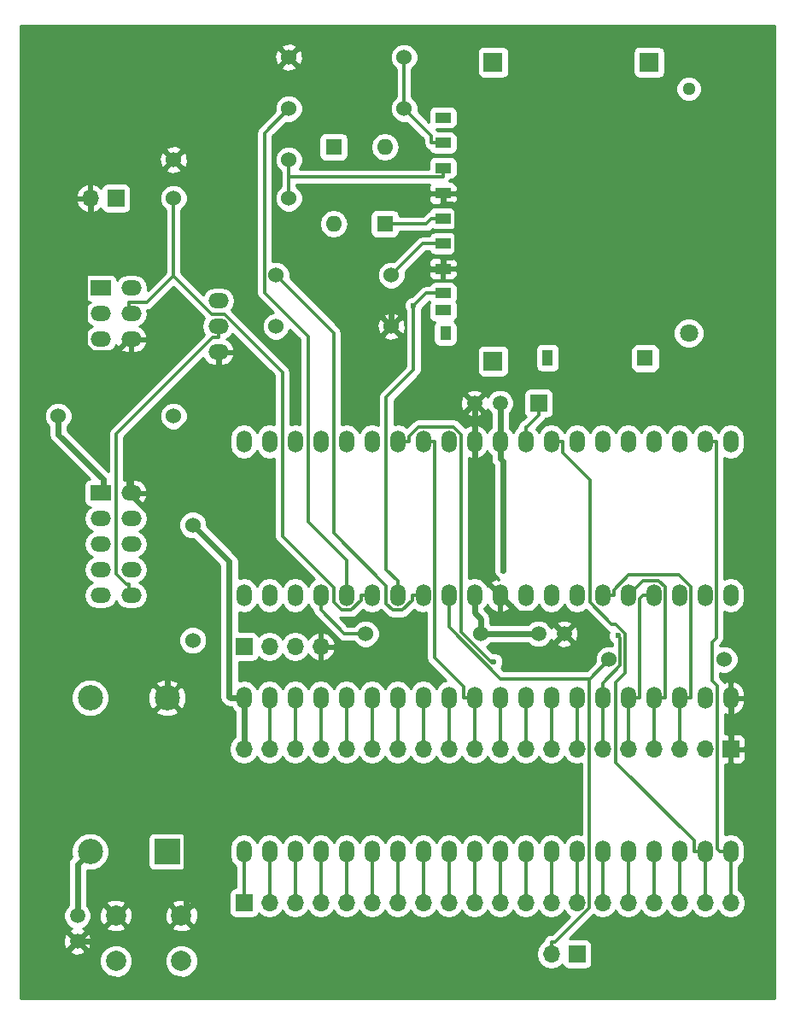
<source format=gtl>
G04 #@! TF.FileFunction,Copper,L1,Top,Signal*
%FSLAX46Y46*%
G04 Gerber Fmt 4.6, Leading zero omitted, Abs format (unit mm)*
G04 Created by KiCad (PCBNEW 4.0.7-e2-6376~60~ubuntu17.10.1) date Sun May  6 20:40:39 2018*
%MOMM*%
%LPD*%
G01*
G04 APERTURE LIST*
%ADD10C,0.100000*%
%ADD11C,1.501140*%
%ADD12R,1.559560X1.049020*%
%ADD13R,1.099820X1.348740*%
%ADD14R,1.899920X1.899920*%
%ADD15R,1.099820X1.600200*%
%ADD16R,1.600200X1.600200*%
%ADD17C,1.300480*%
%ADD18C,1.800860*%
%ADD19R,1.600000X1.600000*%
%ADD20O,1.600000X1.600000*%
%ADD21O,1.501140X2.199640*%
%ADD22R,2.000000X1.500000*%
%ADD23O,2.000000X1.500000*%
%ADD24R,1.700000X1.700000*%
%ADD25O,1.700000X1.700000*%
%ADD26C,1.524000*%
%ADD27O,1.998980X1.501140*%
%ADD28C,2.000000*%
%ADD29R,2.500000X2.500000*%
%ADD30C,2.500000*%
%ADD31C,0.600000*%
%ADD32C,0.300000*%
%ADD33C,0.600000*%
%ADD34C,0.254000*%
G04 APERTURE END LIST*
D10*
D11*
X160020000Y-102870000D03*
X162560000Y-102870000D03*
X156210000Y-80010000D03*
X153670000Y-80010000D03*
X114300000Y-130810000D03*
X114300000Y-133350000D03*
D12*
X150555960Y-51689000D03*
X150555960Y-54188360D03*
X150555960Y-56690260D03*
X150555960Y-59189620D03*
X150555960Y-61688980D03*
X150555960Y-64188340D03*
X150555960Y-66690240D03*
X150555960Y-69108320D03*
X150555960Y-70810120D03*
D13*
X150784560Y-73088500D03*
D14*
X155524200Y-46210220D03*
X170975020Y-46210220D03*
X155524200Y-75829160D03*
D15*
X160924240Y-75509120D03*
D16*
X170594020Y-75559920D03*
D17*
X174924720Y-48859440D03*
D18*
X174924720Y-73060560D03*
D19*
X144780000Y-62230000D03*
D20*
X144780000Y-54610000D03*
D19*
X139700000Y-54610000D03*
D20*
X139700000Y-62230000D03*
D21*
X130810000Y-99060000D03*
X133350000Y-99060000D03*
X135890000Y-99060000D03*
X138430000Y-99060000D03*
X140970000Y-99060000D03*
X143510000Y-99060000D03*
X146050000Y-99060000D03*
X148590000Y-99060000D03*
X151130000Y-99060000D03*
X153670000Y-99060000D03*
X156210000Y-99060000D03*
X158750000Y-99060000D03*
X161290000Y-99060000D03*
X163830000Y-99060000D03*
X166370000Y-99060000D03*
X168910000Y-99060000D03*
X171450000Y-99060000D03*
X173990000Y-99060000D03*
X176530000Y-99060000D03*
X179070000Y-99060000D03*
X179070000Y-83820000D03*
X176530000Y-83820000D03*
X173990000Y-83820000D03*
X171450000Y-83820000D03*
X168910000Y-83820000D03*
X166370000Y-83820000D03*
X163830000Y-83820000D03*
X161290000Y-83820000D03*
X158750000Y-83820000D03*
X156210000Y-83820000D03*
X153670000Y-83820000D03*
X151130000Y-83820000D03*
X148590000Y-83820000D03*
X146050000Y-83820000D03*
X143510000Y-83820000D03*
X140970000Y-83820000D03*
X138430000Y-83820000D03*
X135890000Y-83820000D03*
X133350000Y-83820000D03*
X130810000Y-83820000D03*
D22*
X116590000Y-68580000D03*
D23*
X119630000Y-68580000D03*
X116590000Y-71120000D03*
X119630000Y-71120000D03*
X116590000Y-73660000D03*
X119630000Y-73660000D03*
D24*
X130810000Y-104140000D03*
D25*
X133350000Y-104140000D03*
X135890000Y-104140000D03*
X138430000Y-104140000D03*
D24*
X118110000Y-59690000D03*
D25*
X115570000Y-59690000D03*
D24*
X163830000Y-134620000D03*
D25*
X161290000Y-134620000D03*
D24*
X160020000Y-80010000D03*
D23*
X116590000Y-99060000D03*
X119630000Y-99060000D03*
X119630000Y-96520000D03*
X116590000Y-96520000D03*
D22*
X116590000Y-88900000D03*
D23*
X119630000Y-88900000D03*
X116590000Y-91440000D03*
X119630000Y-91440000D03*
X116590000Y-93980000D03*
X119630000Y-93980000D03*
D24*
X179070000Y-114300000D03*
D25*
X176530000Y-114300000D03*
X173990000Y-114300000D03*
X171450000Y-114300000D03*
X168910000Y-114300000D03*
X166370000Y-114300000D03*
X163830000Y-114300000D03*
X161290000Y-114300000D03*
X158750000Y-114300000D03*
X156210000Y-114300000D03*
X153670000Y-114300000D03*
X151130000Y-114300000D03*
X148590000Y-114300000D03*
X146050000Y-114300000D03*
X143510000Y-114300000D03*
X140970000Y-114300000D03*
X138430000Y-114300000D03*
X135890000Y-114300000D03*
X133350000Y-114300000D03*
X130810000Y-114300000D03*
D21*
X179070000Y-109220000D03*
X176530000Y-109220000D03*
X173990000Y-109220000D03*
X171450000Y-109220000D03*
X168910000Y-109220000D03*
X166370000Y-109220000D03*
X163830000Y-109220000D03*
X161290000Y-109220000D03*
X158750000Y-109220000D03*
X156210000Y-109220000D03*
X153670000Y-109220000D03*
X151130000Y-109220000D03*
X148590000Y-109220000D03*
X146050000Y-109220000D03*
X143510000Y-109220000D03*
X140970000Y-109220000D03*
X138430000Y-109220000D03*
X135890000Y-109220000D03*
X133350000Y-109220000D03*
X130810000Y-109220000D03*
X130810000Y-124460000D03*
X133350000Y-124460000D03*
X135890000Y-124460000D03*
X138430000Y-124460000D03*
X140970000Y-124460000D03*
X143510000Y-124460000D03*
X146050000Y-124460000D03*
X148590000Y-124460000D03*
X151130000Y-124460000D03*
X153670000Y-124460000D03*
X156210000Y-124460000D03*
X158750000Y-124460000D03*
X161290000Y-124460000D03*
X163830000Y-124460000D03*
X166370000Y-124460000D03*
X168910000Y-124460000D03*
X171450000Y-124460000D03*
X173990000Y-124460000D03*
X176530000Y-124460000D03*
X179070000Y-124460000D03*
D24*
X130810000Y-129540000D03*
D25*
X133350000Y-129540000D03*
X135890000Y-129540000D03*
X138430000Y-129540000D03*
X140970000Y-129540000D03*
X143510000Y-129540000D03*
X146050000Y-129540000D03*
X148590000Y-129540000D03*
X151130000Y-129540000D03*
X153670000Y-129540000D03*
X156210000Y-129540000D03*
X158750000Y-129540000D03*
X161290000Y-129540000D03*
X163830000Y-129540000D03*
X166370000Y-129540000D03*
X168910000Y-129540000D03*
X171450000Y-129540000D03*
X173990000Y-129540000D03*
X176530000Y-129540000D03*
X179070000Y-129540000D03*
D26*
X167005000Y-105410000D03*
X178435000Y-105410000D03*
X135255000Y-45720000D03*
X146685000Y-45720000D03*
X123825000Y-55880000D03*
X135255000Y-55880000D03*
X145415000Y-72390000D03*
X133985000Y-72390000D03*
X125730000Y-92075000D03*
X125730000Y-103505000D03*
X154305000Y-102870000D03*
X142875000Y-102870000D03*
X146685000Y-50800000D03*
X135255000Y-50800000D03*
X135255000Y-59690000D03*
X123825000Y-59690000D03*
X145415000Y-67310000D03*
X133985000Y-67310000D03*
X123825000Y-81280000D03*
X112395000Y-81280000D03*
D27*
X128270000Y-69850000D03*
X128270000Y-72390000D03*
X128270000Y-74930000D03*
D28*
X118110000Y-135310000D03*
X118110000Y-130810000D03*
X124610000Y-135310000D03*
X124610000Y-130810000D03*
D29*
X123190000Y-124460000D03*
D30*
X115570000Y-124460000D03*
X115570000Y-109220000D03*
X123190000Y-109220000D03*
D31*
X147636600Y-70328700D03*
X167887500Y-103072100D03*
X155582600Y-105632500D03*
X156494500Y-96601700D03*
D32*
X146685000Y-45720000D02*
X146685000Y-50800000D01*
X149425900Y-53540900D02*
X149425900Y-54188400D01*
X146685000Y-50800000D02*
X149425900Y-53540900D01*
X150556000Y-54188400D02*
X149425900Y-54188400D01*
X150556000Y-56690300D02*
X150556000Y-57565100D01*
X135255000Y-57565100D02*
X150556000Y-57565100D01*
X135255000Y-59690000D02*
X135255000Y-57565100D01*
X135255000Y-57565100D02*
X135255000Y-55880000D01*
X148884900Y-62230000D02*
X149425900Y-61689000D01*
X144780000Y-62230000D02*
X148884900Y-62230000D01*
X150556000Y-61689000D02*
X149425900Y-61689000D01*
X148536700Y-64188300D02*
X150556000Y-64188300D01*
X145415000Y-67310000D02*
X148536700Y-64188300D01*
X148857000Y-69108300D02*
X150556000Y-69108300D01*
X147636600Y-70328700D02*
X148857000Y-69108300D01*
X147636600Y-76695100D02*
X147636600Y-70328700D01*
X144938700Y-79393000D02*
X147636600Y-76695100D01*
X144938700Y-96498500D02*
X144938700Y-79393000D01*
X146050000Y-97609800D02*
X144938700Y-96498500D01*
X146050000Y-99060000D02*
X146050000Y-97609800D01*
X140789800Y-102870000D02*
X142875000Y-102870000D01*
X138430000Y-100510200D02*
X140789800Y-102870000D01*
X138430000Y-99060000D02*
X138430000Y-100510200D01*
X140970000Y-95621500D02*
X140970000Y-99060000D01*
X137160000Y-91811500D02*
X140970000Y-95621500D01*
X137160000Y-73363500D02*
X137160000Y-91811500D01*
X132842800Y-69046300D02*
X137160000Y-73363500D01*
X132842800Y-53212200D02*
X132842800Y-69046300D01*
X135255000Y-50800000D02*
X132842800Y-53212200D01*
X119380000Y-71120000D02*
X119380000Y-70019700D01*
X143510000Y-99060000D02*
X142409100Y-99060000D01*
X121180900Y-70019700D02*
X119380000Y-70019700D01*
X123825000Y-67375600D02*
X121180900Y-70019700D01*
X123825000Y-59690000D02*
X123825000Y-67375600D01*
X142409100Y-99563400D02*
X142409100Y-99060000D01*
X141459100Y-100513400D02*
X142409100Y-99563400D01*
X140457100Y-100513400D02*
X141459100Y-100513400D01*
X139700000Y-99756300D02*
X140457100Y-100513400D01*
X139700000Y-98279300D02*
X139700000Y-99756300D01*
X134620000Y-93199300D02*
X139700000Y-98279300D01*
X134620000Y-76924500D02*
X134620000Y-93199300D01*
X128886200Y-71190700D02*
X134620000Y-76924500D01*
X127640100Y-71190700D02*
X128886200Y-71190700D01*
X123825000Y-67375600D02*
X127640100Y-71190700D01*
X147489100Y-99563400D02*
X147489100Y-99060000D01*
X146536500Y-100516000D02*
X147489100Y-99563400D01*
X145560400Y-100516000D02*
X146536500Y-100516000D01*
X144938900Y-99894500D02*
X145560400Y-100516000D01*
X144938900Y-98110300D02*
X144938900Y-99894500D01*
X139700000Y-92871400D02*
X144938900Y-98110300D01*
X139700000Y-73025000D02*
X139700000Y-92871400D01*
X133985000Y-67310000D02*
X139700000Y-73025000D01*
X148590000Y-99060000D02*
X147489100Y-99060000D01*
X161290000Y-134620000D02*
X161290000Y-133419700D01*
X165046200Y-130038600D02*
X165046200Y-107315100D01*
X161665100Y-133419700D02*
X165046200Y-130038600D01*
X161290000Y-133419700D02*
X161665100Y-133419700D01*
X165099900Y-107315100D02*
X165046200Y-107315100D01*
X167005000Y-105410000D02*
X165099900Y-107315100D01*
X156266400Y-107315100D02*
X165046200Y-107315100D01*
X151130000Y-102178700D02*
X156266400Y-107315100D01*
X151130000Y-99060000D02*
X151130000Y-102178700D01*
X166370000Y-99060000D02*
X167470900Y-99060000D01*
X173990000Y-114300000D02*
X173990000Y-109220000D01*
X167470900Y-98556600D02*
X167470900Y-99060000D01*
X168966300Y-97061200D02*
X167470900Y-98556600D01*
X173909500Y-97061200D02*
X168966300Y-97061200D01*
X175090900Y-98242600D02*
X173909500Y-97061200D01*
X175090900Y-109220000D02*
X175090900Y-98242600D01*
X173990000Y-109220000D02*
X175090900Y-109220000D01*
X171450000Y-114300000D02*
X171450000Y-109220000D01*
X170373900Y-97596100D02*
X168910000Y-99060000D01*
X171904400Y-97596100D02*
X170373900Y-97596100D01*
X172550900Y-98242600D02*
X171904400Y-97596100D01*
X172550900Y-109220000D02*
X172550900Y-98242600D01*
X171450000Y-109220000D02*
X172550900Y-109220000D01*
X168910000Y-114300000D02*
X168910000Y-109220000D01*
X170010900Y-99398200D02*
X170349100Y-99060000D01*
X170010900Y-109220000D02*
X170010900Y-99398200D01*
X168910000Y-109220000D02*
X170010900Y-109220000D01*
X171450000Y-99060000D02*
X170349100Y-99060000D01*
X166370000Y-114300000D02*
X166370000Y-109220000D01*
X166370000Y-109220000D02*
X166370000Y-107769800D01*
X168117400Y-103302000D02*
X167887500Y-103072100D01*
X168117400Y-106022400D02*
X168117400Y-103302000D01*
X166370000Y-107769800D02*
X168117400Y-106022400D01*
X163830000Y-114300000D02*
X163830000Y-109220000D01*
X161290000Y-114300000D02*
X161290000Y-109220000D01*
X158750000Y-114300000D02*
X158750000Y-109220000D01*
X179070000Y-129540000D02*
X179070000Y-124460000D01*
X179070000Y-124460000D02*
X177969100Y-124460000D01*
X176530000Y-83820000D02*
X177630900Y-83820000D01*
X177750000Y-124240900D02*
X177969100Y-124460000D01*
X177750000Y-108056200D02*
X177750000Y-124240900D01*
X177221900Y-107528100D02*
X177750000Y-108056200D01*
X177221900Y-103690200D02*
X177221900Y-107528100D01*
X177630900Y-103281200D02*
X177221900Y-103690200D01*
X177630900Y-83820000D02*
X177630900Y-103281200D01*
X138430000Y-114300000D02*
X138430000Y-109220000D01*
X151130000Y-114300000D02*
X151130000Y-109220000D01*
X146050000Y-114300000D02*
X146050000Y-109220000D01*
X133350000Y-114300000D02*
X133350000Y-109220000D01*
X161290000Y-83820000D02*
X162390900Y-83820000D01*
X176530000Y-129540000D02*
X176530000Y-124460000D01*
X162390900Y-84920900D02*
X162390900Y-83820000D01*
X165100000Y-87630000D02*
X162390900Y-84920900D01*
X165100000Y-99766800D02*
X165100000Y-87630000D01*
X167269400Y-101936200D02*
X165100000Y-99766800D01*
X167671300Y-101936200D02*
X167269400Y-101936200D01*
X168619100Y-102884000D02*
X167671300Y-101936200D01*
X168619100Y-106790600D02*
X168619100Y-102884000D01*
X167690000Y-107719700D02*
X168619100Y-106790600D01*
X167690000Y-115620000D02*
X167690000Y-107719700D01*
X175429100Y-123359100D02*
X167690000Y-115620000D01*
X175429100Y-124460000D02*
X175429100Y-123359100D01*
X176530000Y-124460000D02*
X175429100Y-124460000D01*
X158860500Y-82369800D02*
X158750000Y-82369800D01*
X160020000Y-81210300D02*
X158860500Y-82369800D01*
X160020000Y-80010000D02*
X160020000Y-81210300D01*
X158750000Y-83820000D02*
X158750000Y-82369800D01*
X148590000Y-83820000D02*
X149690900Y-83820000D01*
X153670000Y-114300000D02*
X153670000Y-109220000D01*
X149690900Y-105240900D02*
X149690900Y-83820000D01*
X152569100Y-108119100D02*
X149690900Y-105240900D01*
X152569100Y-109220000D02*
X152569100Y-108119100D01*
X153670000Y-109220000D02*
X152569100Y-109220000D01*
X156210000Y-114300000D02*
X156210000Y-109220000D01*
X146050000Y-83820000D02*
X147150900Y-83820000D01*
X155291300Y-105632500D02*
X155582600Y-105632500D01*
X152350000Y-102691200D02*
X155291300Y-105632500D01*
X152350000Y-83099200D02*
X152350000Y-102691200D01*
X151594800Y-82344000D02*
X152350000Y-83099200D01*
X148123500Y-82344000D02*
X151594800Y-82344000D01*
X147150900Y-83316600D02*
X148123500Y-82344000D01*
X147150900Y-83820000D02*
X147150900Y-83316600D01*
X163830000Y-129540000D02*
X163830000Y-124460000D01*
X119152000Y-97959700D02*
X119380000Y-97959700D01*
X118160900Y-96968600D02*
X119152000Y-97959700D01*
X118160900Y-83049600D02*
X118160900Y-96968600D01*
X127719600Y-73490900D02*
X118160900Y-83049600D01*
X128270000Y-73490900D02*
X127719600Y-73490900D01*
X128270000Y-72390000D02*
X128270000Y-73490900D01*
X119380000Y-99060000D02*
X119380000Y-97959700D01*
X148590000Y-114300000D02*
X148590000Y-109220000D01*
X143510000Y-114300000D02*
X143510000Y-109220000D01*
X140970000Y-114300000D02*
X140970000Y-109220000D01*
X135890000Y-114300000D02*
X135890000Y-109220000D01*
X130810000Y-129540000D02*
X130810000Y-124460000D01*
X133350000Y-129540000D02*
X133350000Y-124460000D01*
X135890000Y-129540000D02*
X135890000Y-124460000D01*
X138430000Y-129540000D02*
X138430000Y-124460000D01*
X140970000Y-129540000D02*
X140970000Y-124460000D01*
X143510000Y-129540000D02*
X143510000Y-124460000D01*
X146050000Y-129540000D02*
X146050000Y-124460000D01*
X148590000Y-129540000D02*
X148590000Y-124460000D01*
X151130000Y-129540000D02*
X151130000Y-124460000D01*
X153670000Y-129540000D02*
X153670000Y-124460000D01*
X156210000Y-129540000D02*
X156210000Y-124460000D01*
X158750000Y-129540000D02*
X158750000Y-124460000D01*
X161290000Y-129540000D02*
X161290000Y-124460000D01*
X166370000Y-129540000D02*
X166370000Y-124460000D01*
X168910000Y-129540000D02*
X168910000Y-124460000D01*
X171450000Y-129540000D02*
X171450000Y-124460000D01*
X173990000Y-129540000D02*
X173990000Y-124460000D01*
D33*
X130810000Y-114300000D02*
X130810000Y-109220000D01*
X129359600Y-95704600D02*
X125730000Y-92075000D01*
X129359600Y-109120500D02*
X129359600Y-95704600D01*
X129459100Y-109220000D02*
X129359600Y-109120500D01*
X130810000Y-109220000D02*
X129459100Y-109220000D01*
X112395000Y-83104700D02*
X112395000Y-81280000D01*
X116840000Y-87549700D02*
X112395000Y-83104700D01*
X116840000Y-88900000D02*
X116840000Y-87549700D01*
X154305000Y-102870000D02*
X160020000Y-102870000D01*
X154305000Y-101395200D02*
X153670000Y-100760200D01*
X154305000Y-102870000D02*
X154305000Y-101395200D01*
X153670000Y-99060000D02*
X153670000Y-100760200D01*
X156210000Y-83820000D02*
X156210000Y-80010000D01*
X156494500Y-85804700D02*
X156494500Y-96601700D01*
X156210000Y-85520200D02*
X156494500Y-85804700D01*
X156210000Y-83820000D02*
X156210000Y-85520200D01*
X114300000Y-125730000D02*
X114300000Y-130810000D01*
X115570000Y-124460000D02*
X114300000Y-125730000D01*
X179070000Y-114300000D02*
X179070000Y-109220000D01*
X160511200Y-100821200D02*
X162560000Y-102870000D01*
X157971200Y-100821200D02*
X160511200Y-100821200D01*
X156210000Y-99060000D02*
X157971200Y-100821200D01*
X151399600Y-65565400D02*
X150556000Y-65565400D01*
X151936200Y-65028800D02*
X151399600Y-65565400D01*
X151936200Y-60851000D02*
X151936200Y-65028800D01*
X151399600Y-60314400D02*
X151936200Y-60851000D01*
X150556000Y-60314400D02*
X151399600Y-60314400D01*
X150556000Y-59189600D02*
X150556000Y-60314400D01*
X150556000Y-66690200D02*
X150556000Y-65565400D01*
X153670000Y-80010000D02*
X153670000Y-83820000D01*
X153670000Y-96520000D02*
X156210000Y-99060000D01*
X153670000Y-83820000D02*
X153670000Y-96520000D01*
X115570000Y-133350000D02*
X114300000Y-133350000D01*
X118110000Y-130810000D02*
X115570000Y-133350000D01*
X145415000Y-70451100D02*
X149175900Y-66690200D01*
X145415000Y-72390000D02*
X145415000Y-70451100D01*
X150556000Y-66690200D02*
X149175900Y-66690200D01*
X114989600Y-61720700D02*
X115570000Y-61140300D01*
X114989600Y-74265300D02*
X114989600Y-61720700D01*
X115739400Y-75015100D02*
X114989600Y-74265300D01*
X118024900Y-75015100D02*
X115739400Y-75015100D01*
X119380000Y-73660000D02*
X118024900Y-75015100D01*
X115570000Y-59690000D02*
X115570000Y-61140300D01*
X125064500Y-111094500D02*
X123190000Y-109220000D01*
X125064500Y-130355500D02*
X125064500Y-111094500D01*
X124610000Y-130810000D02*
X125064500Y-130355500D01*
X123190000Y-92710000D02*
X123190000Y-109220000D01*
X119380000Y-88900000D02*
X123190000Y-92710000D01*
X128270000Y-78828500D02*
X128270000Y-74930000D01*
X119548800Y-87549700D02*
X128270000Y-78828500D01*
X119380000Y-87549700D02*
X119548800Y-87549700D01*
X119380000Y-88900000D02*
X119380000Y-87549700D01*
D34*
G36*
X183465000Y-139015000D02*
X108635000Y-139015000D01*
X108635000Y-135633795D01*
X116474716Y-135633795D01*
X116723106Y-136234943D01*
X117182637Y-136695278D01*
X117783352Y-136944716D01*
X118433795Y-136945284D01*
X119034943Y-136696894D01*
X119495278Y-136237363D01*
X119744716Y-135636648D01*
X119744718Y-135633795D01*
X122974716Y-135633795D01*
X123223106Y-136234943D01*
X123682637Y-136695278D01*
X124283352Y-136944716D01*
X124933795Y-136945284D01*
X125534943Y-136696894D01*
X125995278Y-136237363D01*
X126244716Y-135636648D01*
X126245284Y-134986205D01*
X125996894Y-134385057D01*
X125537363Y-133924722D01*
X124936648Y-133675284D01*
X124286205Y-133674716D01*
X123685057Y-133923106D01*
X123224722Y-134382637D01*
X122975284Y-134983352D01*
X122974716Y-135633795D01*
X119744718Y-135633795D01*
X119745284Y-134986205D01*
X119496894Y-134385057D01*
X119037363Y-133924722D01*
X118436648Y-133675284D01*
X117786205Y-133674716D01*
X117185057Y-133923106D01*
X116724722Y-134382637D01*
X116475284Y-134983352D01*
X116474716Y-135633795D01*
X108635000Y-135633795D01*
X108635000Y-134321930D01*
X113507675Y-134321930D01*
X113575735Y-134562931D01*
X114095034Y-134747767D01*
X114645538Y-134719805D01*
X115024265Y-134562931D01*
X115092325Y-134321930D01*
X114300000Y-133529605D01*
X113507675Y-134321930D01*
X108635000Y-134321930D01*
X108635000Y-133145034D01*
X112902233Y-133145034D01*
X112930195Y-133695538D01*
X113087069Y-134074265D01*
X113328070Y-134142325D01*
X114120395Y-133350000D01*
X114479605Y-133350000D01*
X115271930Y-134142325D01*
X115512931Y-134074265D01*
X115697767Y-133554966D01*
X115669805Y-133004462D01*
X115512931Y-132625735D01*
X115271930Y-132557675D01*
X114479605Y-133350000D01*
X114120395Y-133350000D01*
X113328070Y-132557675D01*
X113087069Y-132625735D01*
X112902233Y-133145034D01*
X108635000Y-133145034D01*
X108635000Y-131084398D01*
X112914190Y-131084398D01*
X113124686Y-131593837D01*
X113514113Y-131983944D01*
X113729496Y-132073379D01*
X113575735Y-132137069D01*
X113507675Y-132378070D01*
X114300000Y-133170395D01*
X115092325Y-132378070D01*
X115024265Y-132137069D01*
X114858960Y-132078231D01*
X115083837Y-131985314D01*
X115106658Y-131962532D01*
X117137073Y-131962532D01*
X117235736Y-132229387D01*
X117845461Y-132455908D01*
X118495460Y-132431856D01*
X118984264Y-132229387D01*
X119082927Y-131962532D01*
X123637073Y-131962532D01*
X123735736Y-132229387D01*
X124345461Y-132455908D01*
X124995460Y-132431856D01*
X125484264Y-132229387D01*
X125582927Y-131962532D01*
X124610000Y-130989605D01*
X123637073Y-131962532D01*
X119082927Y-131962532D01*
X118110000Y-130989605D01*
X117137073Y-131962532D01*
X115106658Y-131962532D01*
X115473944Y-131595887D01*
X115685329Y-131086816D01*
X115685801Y-130545461D01*
X116464092Y-130545461D01*
X116488144Y-131195460D01*
X116690613Y-131684264D01*
X116957468Y-131782927D01*
X117930395Y-130810000D01*
X118289605Y-130810000D01*
X119262532Y-131782927D01*
X119529387Y-131684264D01*
X119755908Y-131074539D01*
X119736331Y-130545461D01*
X122964092Y-130545461D01*
X122988144Y-131195460D01*
X123190613Y-131684264D01*
X123457468Y-131782927D01*
X124430395Y-130810000D01*
X124789605Y-130810000D01*
X125762532Y-131782927D01*
X126029387Y-131684264D01*
X126255908Y-131074539D01*
X126231856Y-130424540D01*
X126029387Y-129935736D01*
X125762532Y-129837073D01*
X124789605Y-130810000D01*
X124430395Y-130810000D01*
X123457468Y-129837073D01*
X123190613Y-129935736D01*
X122964092Y-130545461D01*
X119736331Y-130545461D01*
X119731856Y-130424540D01*
X119529387Y-129935736D01*
X119262532Y-129837073D01*
X118289605Y-130810000D01*
X117930395Y-130810000D01*
X116957468Y-129837073D01*
X116690613Y-129935736D01*
X116464092Y-130545461D01*
X115685801Y-130545461D01*
X115685810Y-130535602D01*
X115475314Y-130026163D01*
X115235000Y-129785429D01*
X115235000Y-129657468D01*
X117137073Y-129657468D01*
X118110000Y-130630395D01*
X119082927Y-129657468D01*
X123637073Y-129657468D01*
X124610000Y-130630395D01*
X125582927Y-129657468D01*
X125484264Y-129390613D01*
X124874539Y-129164092D01*
X124224540Y-129188144D01*
X123735736Y-129390613D01*
X123637073Y-129657468D01*
X119082927Y-129657468D01*
X118984264Y-129390613D01*
X118374539Y-129164092D01*
X117724540Y-129188144D01*
X117235736Y-129390613D01*
X117137073Y-129657468D01*
X115235000Y-129657468D01*
X115235000Y-126344708D01*
X115943305Y-126345326D01*
X116636372Y-126058957D01*
X117167093Y-125529161D01*
X117454672Y-124836595D01*
X117455326Y-124086695D01*
X117168957Y-123393628D01*
X116985650Y-123210000D01*
X121292560Y-123210000D01*
X121292560Y-125710000D01*
X121336838Y-125945317D01*
X121475910Y-126161441D01*
X121688110Y-126306431D01*
X121940000Y-126357440D01*
X124440000Y-126357440D01*
X124675317Y-126313162D01*
X124891441Y-126174090D01*
X125036431Y-125961890D01*
X125087440Y-125710000D01*
X125087440Y-123210000D01*
X125043162Y-122974683D01*
X124904090Y-122758559D01*
X124691890Y-122613569D01*
X124440000Y-122562560D01*
X121940000Y-122562560D01*
X121704683Y-122606838D01*
X121488559Y-122745910D01*
X121343569Y-122958110D01*
X121292560Y-123210000D01*
X116985650Y-123210000D01*
X116639161Y-122862907D01*
X115946595Y-122575328D01*
X115196695Y-122574674D01*
X114503628Y-122861043D01*
X113972907Y-123390839D01*
X113685328Y-124083405D01*
X113684674Y-124833305D01*
X113740148Y-124967562D01*
X113638855Y-125068855D01*
X113436173Y-125372191D01*
X113365000Y-125730000D01*
X113365000Y-129785586D01*
X113126056Y-130024113D01*
X112914671Y-130533184D01*
X112914190Y-131084398D01*
X108635000Y-131084398D01*
X108635000Y-109593305D01*
X113684674Y-109593305D01*
X113971043Y-110286372D01*
X114500839Y-110817093D01*
X115193405Y-111104672D01*
X115943305Y-111105326D01*
X116636372Y-110818957D01*
X116902472Y-110553320D01*
X122036285Y-110553320D01*
X122165533Y-110846123D01*
X122865806Y-111114388D01*
X123615435Y-111094250D01*
X124214467Y-110846123D01*
X124343715Y-110553320D01*
X123190000Y-109399605D01*
X122036285Y-110553320D01*
X116902472Y-110553320D01*
X117167093Y-110289161D01*
X117454672Y-109596595D01*
X117455283Y-108895806D01*
X121295612Y-108895806D01*
X121315750Y-109645435D01*
X121563877Y-110244467D01*
X121856680Y-110373715D01*
X123010395Y-109220000D01*
X123369605Y-109220000D01*
X124523320Y-110373715D01*
X124816123Y-110244467D01*
X125084388Y-109544194D01*
X125064250Y-108794565D01*
X124816123Y-108195533D01*
X124523320Y-108066285D01*
X123369605Y-109220000D01*
X123010395Y-109220000D01*
X121856680Y-108066285D01*
X121563877Y-108195533D01*
X121295612Y-108895806D01*
X117455283Y-108895806D01*
X117455326Y-108846695D01*
X117168957Y-108153628D01*
X116902475Y-107886680D01*
X122036285Y-107886680D01*
X123190000Y-109040395D01*
X124343715Y-107886680D01*
X124214467Y-107593877D01*
X123514194Y-107325612D01*
X122764565Y-107345750D01*
X122165533Y-107593877D01*
X122036285Y-107886680D01*
X116902475Y-107886680D01*
X116639161Y-107622907D01*
X115946595Y-107335328D01*
X115196695Y-107334674D01*
X114503628Y-107621043D01*
X113972907Y-108150839D01*
X113685328Y-108843405D01*
X113684674Y-109593305D01*
X108635000Y-109593305D01*
X108635000Y-103781661D01*
X124332758Y-103781661D01*
X124544990Y-104295303D01*
X124937630Y-104688629D01*
X125450900Y-104901757D01*
X126006661Y-104902242D01*
X126520303Y-104690010D01*
X126913629Y-104297370D01*
X127126757Y-103784100D01*
X127127242Y-103228339D01*
X126915010Y-102714697D01*
X126522370Y-102321371D01*
X126009100Y-102108243D01*
X125453339Y-102107758D01*
X124939697Y-102319990D01*
X124546371Y-102712630D01*
X124333243Y-103225900D01*
X124332758Y-103781661D01*
X108635000Y-103781661D01*
X108635000Y-81556661D01*
X110997758Y-81556661D01*
X111209990Y-82070303D01*
X111460000Y-82320750D01*
X111460000Y-83104700D01*
X111531173Y-83462509D01*
X111733855Y-83765845D01*
X115489484Y-87521474D01*
X115354683Y-87546838D01*
X115138559Y-87685910D01*
X114993569Y-87898110D01*
X114942560Y-88150000D01*
X114942560Y-89650000D01*
X114986838Y-89885317D01*
X115125910Y-90101441D01*
X115338110Y-90246431D01*
X115576874Y-90294782D01*
X115328625Y-90460657D01*
X115028395Y-90909983D01*
X114922968Y-91440000D01*
X115028395Y-91970017D01*
X115328625Y-92419343D01*
X115763624Y-92710000D01*
X115328625Y-93000657D01*
X115028395Y-93449983D01*
X114922968Y-93980000D01*
X115028395Y-94510017D01*
X115328625Y-94959343D01*
X115763624Y-95250000D01*
X115328625Y-95540657D01*
X115028395Y-95989983D01*
X114922968Y-96520000D01*
X115028395Y-97050017D01*
X115328625Y-97499343D01*
X115763624Y-97790000D01*
X115328625Y-98080657D01*
X115028395Y-98529983D01*
X114922968Y-99060000D01*
X115028395Y-99590017D01*
X115328625Y-100039343D01*
X115777951Y-100339573D01*
X116307968Y-100445000D01*
X116872032Y-100445000D01*
X117402049Y-100339573D01*
X117851375Y-100039343D01*
X118110000Y-99652283D01*
X118368625Y-100039343D01*
X118817951Y-100339573D01*
X119347968Y-100445000D01*
X119912032Y-100445000D01*
X120442049Y-100339573D01*
X120891375Y-100039343D01*
X121191605Y-99590017D01*
X121297032Y-99060000D01*
X121191605Y-98529983D01*
X120891375Y-98080657D01*
X120456376Y-97790000D01*
X120891375Y-97499343D01*
X121191605Y-97050017D01*
X121297032Y-96520000D01*
X121191605Y-95989983D01*
X120891375Y-95540657D01*
X120456376Y-95250000D01*
X120891375Y-94959343D01*
X121191605Y-94510017D01*
X121297032Y-93980000D01*
X121191605Y-93449983D01*
X120891375Y-93000657D01*
X120456376Y-92710000D01*
X120891375Y-92419343D01*
X121191605Y-91970017D01*
X121297032Y-91440000D01*
X121191605Y-90909983D01*
X120891375Y-90460657D01*
X120448161Y-90164511D01*
X120501721Y-90149964D01*
X120932736Y-89816894D01*
X121203481Y-89344235D01*
X121222318Y-89241185D01*
X121099656Y-89027000D01*
X119757000Y-89027000D01*
X119757000Y-89047000D01*
X119503000Y-89047000D01*
X119503000Y-89027000D01*
X119483000Y-89027000D01*
X119483000Y-88773000D01*
X119503000Y-88773000D01*
X119503000Y-87668132D01*
X119757000Y-87668132D01*
X119757000Y-88773000D01*
X121099656Y-88773000D01*
X121222318Y-88558815D01*
X121203481Y-88455765D01*
X120932736Y-87983106D01*
X120501721Y-87650036D01*
X119976055Y-87507261D01*
X119757000Y-87668132D01*
X119503000Y-87668132D01*
X119283945Y-87507261D01*
X118945900Y-87599077D01*
X118945900Y-83374758D01*
X120763997Y-81556661D01*
X122427758Y-81556661D01*
X122639990Y-82070303D01*
X123032630Y-82463629D01*
X123545900Y-82676757D01*
X124101661Y-82677242D01*
X124615303Y-82465010D01*
X125008629Y-82072370D01*
X125221757Y-81559100D01*
X125222242Y-81003339D01*
X125010010Y-80489697D01*
X124617370Y-80096371D01*
X124104100Y-79883243D01*
X123548339Y-79882758D01*
X123034697Y-80094990D01*
X122641371Y-80487630D01*
X122428243Y-81000900D01*
X122427758Y-81556661D01*
X120763997Y-81556661D01*
X126787970Y-75532688D01*
X126967290Y-75846324D01*
X127398167Y-76179841D01*
X127923877Y-76323081D01*
X128143000Y-76162386D01*
X128143000Y-75057000D01*
X128397000Y-75057000D01*
X128397000Y-76162386D01*
X128616123Y-76323081D01*
X129141833Y-76179841D01*
X129572710Y-75846324D01*
X129843157Y-75373305D01*
X129861803Y-75271275D01*
X129739149Y-75057000D01*
X128397000Y-75057000D01*
X128143000Y-75057000D01*
X128123000Y-75057000D01*
X128123000Y-74803000D01*
X128143000Y-74803000D01*
X128143000Y-74783000D01*
X128397000Y-74783000D01*
X128397000Y-74803000D01*
X129739149Y-74803000D01*
X129861803Y-74588725D01*
X129843157Y-74486695D01*
X129572710Y-74013676D01*
X129141833Y-73680159D01*
X129088053Y-73665506D01*
X129530688Y-73369746D01*
X129700679Y-73115337D01*
X133835000Y-77249658D01*
X133835000Y-82147665D01*
X133350000Y-82051193D01*
X132819765Y-82156663D01*
X132370254Y-82457017D01*
X132080000Y-82891412D01*
X131789746Y-82457017D01*
X131340235Y-82156663D01*
X130810000Y-82051193D01*
X130279765Y-82156663D01*
X129830254Y-82457017D01*
X129529900Y-82906528D01*
X129424430Y-83436763D01*
X129424430Y-84203237D01*
X129529900Y-84733472D01*
X129830254Y-85182983D01*
X130279765Y-85483337D01*
X130810000Y-85588807D01*
X131340235Y-85483337D01*
X131789746Y-85182983D01*
X132080000Y-84748588D01*
X132370254Y-85182983D01*
X132819765Y-85483337D01*
X133350000Y-85588807D01*
X133835000Y-85492335D01*
X133835000Y-93199300D01*
X133894755Y-93499707D01*
X134064921Y-93754379D01*
X137784334Y-97473792D01*
X137450254Y-97697017D01*
X137160000Y-98131412D01*
X136869746Y-97697017D01*
X136420235Y-97396663D01*
X135890000Y-97291193D01*
X135359765Y-97396663D01*
X134910254Y-97697017D01*
X134620000Y-98131412D01*
X134329746Y-97697017D01*
X133880235Y-97396663D01*
X133350000Y-97291193D01*
X132819765Y-97396663D01*
X132370254Y-97697017D01*
X132080000Y-98131412D01*
X131789746Y-97697017D01*
X131340235Y-97396663D01*
X130810000Y-97291193D01*
X130294600Y-97393712D01*
X130294600Y-95704605D01*
X130294601Y-95704600D01*
X130223427Y-95346792D01*
X130223427Y-95346791D01*
X130020745Y-95043455D01*
X127126935Y-92149645D01*
X127127242Y-91798339D01*
X126915010Y-91284697D01*
X126522370Y-90891371D01*
X126009100Y-90678243D01*
X125453339Y-90677758D01*
X124939697Y-90889990D01*
X124546371Y-91282630D01*
X124333243Y-91795900D01*
X124332758Y-92351661D01*
X124544990Y-92865303D01*
X124937630Y-93258629D01*
X125450900Y-93471757D01*
X125804776Y-93472066D01*
X128424600Y-96091890D01*
X128424600Y-109120500D01*
X128495773Y-109478309D01*
X128698455Y-109781645D01*
X128797955Y-109881145D01*
X129101291Y-110083827D01*
X129459100Y-110155000D01*
X129544285Y-110155000D01*
X129830254Y-110582983D01*
X129875000Y-110612881D01*
X129875000Y-113143977D01*
X129759946Y-113220853D01*
X129438039Y-113702622D01*
X129325000Y-114270907D01*
X129325000Y-114329093D01*
X129438039Y-114897378D01*
X129759946Y-115379147D01*
X130241715Y-115701054D01*
X130810000Y-115814093D01*
X131378285Y-115701054D01*
X131860054Y-115379147D01*
X132080000Y-115049974D01*
X132299946Y-115379147D01*
X132781715Y-115701054D01*
X133350000Y-115814093D01*
X133918285Y-115701054D01*
X134400054Y-115379147D01*
X134620000Y-115049974D01*
X134839946Y-115379147D01*
X135321715Y-115701054D01*
X135890000Y-115814093D01*
X136458285Y-115701054D01*
X136940054Y-115379147D01*
X137160000Y-115049974D01*
X137379946Y-115379147D01*
X137861715Y-115701054D01*
X138430000Y-115814093D01*
X138998285Y-115701054D01*
X139480054Y-115379147D01*
X139700000Y-115049974D01*
X139919946Y-115379147D01*
X140401715Y-115701054D01*
X140970000Y-115814093D01*
X141538285Y-115701054D01*
X142020054Y-115379147D01*
X142240000Y-115049974D01*
X142459946Y-115379147D01*
X142941715Y-115701054D01*
X143510000Y-115814093D01*
X144078285Y-115701054D01*
X144560054Y-115379147D01*
X144780000Y-115049974D01*
X144999946Y-115379147D01*
X145481715Y-115701054D01*
X146050000Y-115814093D01*
X146618285Y-115701054D01*
X147100054Y-115379147D01*
X147320000Y-115049974D01*
X147539946Y-115379147D01*
X148021715Y-115701054D01*
X148590000Y-115814093D01*
X149158285Y-115701054D01*
X149640054Y-115379147D01*
X149860000Y-115049974D01*
X150079946Y-115379147D01*
X150561715Y-115701054D01*
X151130000Y-115814093D01*
X151698285Y-115701054D01*
X152180054Y-115379147D01*
X152400000Y-115049974D01*
X152619946Y-115379147D01*
X153101715Y-115701054D01*
X153670000Y-115814093D01*
X154238285Y-115701054D01*
X154720054Y-115379147D01*
X154940000Y-115049974D01*
X155159946Y-115379147D01*
X155641715Y-115701054D01*
X156210000Y-115814093D01*
X156778285Y-115701054D01*
X157260054Y-115379147D01*
X157480000Y-115049974D01*
X157699946Y-115379147D01*
X158181715Y-115701054D01*
X158750000Y-115814093D01*
X159318285Y-115701054D01*
X159800054Y-115379147D01*
X160020000Y-115049974D01*
X160239946Y-115379147D01*
X160721715Y-115701054D01*
X161290000Y-115814093D01*
X161858285Y-115701054D01*
X162340054Y-115379147D01*
X162560000Y-115049974D01*
X162779946Y-115379147D01*
X163261715Y-115701054D01*
X163830000Y-115814093D01*
X164261200Y-115728322D01*
X164261200Y-122776964D01*
X163830000Y-122691193D01*
X163299765Y-122796663D01*
X162850254Y-123097017D01*
X162560000Y-123531412D01*
X162269746Y-123097017D01*
X161820235Y-122796663D01*
X161290000Y-122691193D01*
X160759765Y-122796663D01*
X160310254Y-123097017D01*
X160020000Y-123531412D01*
X159729746Y-123097017D01*
X159280235Y-122796663D01*
X158750000Y-122691193D01*
X158219765Y-122796663D01*
X157770254Y-123097017D01*
X157480000Y-123531412D01*
X157189746Y-123097017D01*
X156740235Y-122796663D01*
X156210000Y-122691193D01*
X155679765Y-122796663D01*
X155230254Y-123097017D01*
X154940000Y-123531412D01*
X154649746Y-123097017D01*
X154200235Y-122796663D01*
X153670000Y-122691193D01*
X153139765Y-122796663D01*
X152690254Y-123097017D01*
X152400000Y-123531412D01*
X152109746Y-123097017D01*
X151660235Y-122796663D01*
X151130000Y-122691193D01*
X150599765Y-122796663D01*
X150150254Y-123097017D01*
X149860000Y-123531412D01*
X149569746Y-123097017D01*
X149120235Y-122796663D01*
X148590000Y-122691193D01*
X148059765Y-122796663D01*
X147610254Y-123097017D01*
X147320000Y-123531412D01*
X147029746Y-123097017D01*
X146580235Y-122796663D01*
X146050000Y-122691193D01*
X145519765Y-122796663D01*
X145070254Y-123097017D01*
X144780000Y-123531412D01*
X144489746Y-123097017D01*
X144040235Y-122796663D01*
X143510000Y-122691193D01*
X142979765Y-122796663D01*
X142530254Y-123097017D01*
X142240000Y-123531412D01*
X141949746Y-123097017D01*
X141500235Y-122796663D01*
X140970000Y-122691193D01*
X140439765Y-122796663D01*
X139990254Y-123097017D01*
X139700000Y-123531412D01*
X139409746Y-123097017D01*
X138960235Y-122796663D01*
X138430000Y-122691193D01*
X137899765Y-122796663D01*
X137450254Y-123097017D01*
X137160000Y-123531412D01*
X136869746Y-123097017D01*
X136420235Y-122796663D01*
X135890000Y-122691193D01*
X135359765Y-122796663D01*
X134910254Y-123097017D01*
X134620000Y-123531412D01*
X134329746Y-123097017D01*
X133880235Y-122796663D01*
X133350000Y-122691193D01*
X132819765Y-122796663D01*
X132370254Y-123097017D01*
X132080000Y-123531412D01*
X131789746Y-123097017D01*
X131340235Y-122796663D01*
X130810000Y-122691193D01*
X130279765Y-122796663D01*
X129830254Y-123097017D01*
X129529900Y-123546528D01*
X129424430Y-124076763D01*
X129424430Y-124843237D01*
X129529900Y-125373472D01*
X129830254Y-125822983D01*
X130025000Y-125953108D01*
X130025000Y-128042560D01*
X129960000Y-128042560D01*
X129724683Y-128086838D01*
X129508559Y-128225910D01*
X129363569Y-128438110D01*
X129312560Y-128690000D01*
X129312560Y-130390000D01*
X129356838Y-130625317D01*
X129495910Y-130841441D01*
X129708110Y-130986431D01*
X129960000Y-131037440D01*
X131660000Y-131037440D01*
X131895317Y-130993162D01*
X132111441Y-130854090D01*
X132256431Y-130641890D01*
X132270086Y-130574459D01*
X132299946Y-130619147D01*
X132781715Y-130941054D01*
X133350000Y-131054093D01*
X133918285Y-130941054D01*
X134400054Y-130619147D01*
X134620000Y-130289974D01*
X134839946Y-130619147D01*
X135321715Y-130941054D01*
X135890000Y-131054093D01*
X136458285Y-130941054D01*
X136940054Y-130619147D01*
X137160000Y-130289974D01*
X137379946Y-130619147D01*
X137861715Y-130941054D01*
X138430000Y-131054093D01*
X138998285Y-130941054D01*
X139480054Y-130619147D01*
X139700000Y-130289974D01*
X139919946Y-130619147D01*
X140401715Y-130941054D01*
X140970000Y-131054093D01*
X141538285Y-130941054D01*
X142020054Y-130619147D01*
X142240000Y-130289974D01*
X142459946Y-130619147D01*
X142941715Y-130941054D01*
X143510000Y-131054093D01*
X144078285Y-130941054D01*
X144560054Y-130619147D01*
X144780000Y-130289974D01*
X144999946Y-130619147D01*
X145481715Y-130941054D01*
X146050000Y-131054093D01*
X146618285Y-130941054D01*
X147100054Y-130619147D01*
X147320000Y-130289974D01*
X147539946Y-130619147D01*
X148021715Y-130941054D01*
X148590000Y-131054093D01*
X149158285Y-130941054D01*
X149640054Y-130619147D01*
X149860000Y-130289974D01*
X150079946Y-130619147D01*
X150561715Y-130941054D01*
X151130000Y-131054093D01*
X151698285Y-130941054D01*
X152180054Y-130619147D01*
X152400000Y-130289974D01*
X152619946Y-130619147D01*
X153101715Y-130941054D01*
X153670000Y-131054093D01*
X154238285Y-130941054D01*
X154720054Y-130619147D01*
X154940000Y-130289974D01*
X155159946Y-130619147D01*
X155641715Y-130941054D01*
X156210000Y-131054093D01*
X156778285Y-130941054D01*
X157260054Y-130619147D01*
X157480000Y-130289974D01*
X157699946Y-130619147D01*
X158181715Y-130941054D01*
X158750000Y-131054093D01*
X159318285Y-130941054D01*
X159800054Y-130619147D01*
X160020000Y-130289974D01*
X160239946Y-130619147D01*
X160721715Y-130941054D01*
X161290000Y-131054093D01*
X161858285Y-130941054D01*
X162340054Y-130619147D01*
X162560000Y-130289974D01*
X162779946Y-130619147D01*
X163124963Y-130849680D01*
X161339942Y-132634700D01*
X161290000Y-132634700D01*
X160989594Y-132694455D01*
X160734921Y-132864621D01*
X160564755Y-133119294D01*
X160517835Y-133355174D01*
X160239946Y-133540853D01*
X159918039Y-134022622D01*
X159805000Y-134590907D01*
X159805000Y-134649093D01*
X159918039Y-135217378D01*
X160239946Y-135699147D01*
X160721715Y-136021054D01*
X161290000Y-136134093D01*
X161858285Y-136021054D01*
X162340054Y-135699147D01*
X162367850Y-135657548D01*
X162376838Y-135705317D01*
X162515910Y-135921441D01*
X162728110Y-136066431D01*
X162980000Y-136117440D01*
X164680000Y-136117440D01*
X164915317Y-136073162D01*
X165131441Y-135934090D01*
X165276431Y-135721890D01*
X165327440Y-135470000D01*
X165327440Y-133770000D01*
X165283162Y-133534683D01*
X165144090Y-133318559D01*
X164931890Y-133173569D01*
X164680000Y-133122560D01*
X163072398Y-133122560D01*
X165473325Y-130721632D01*
X165801715Y-130941054D01*
X166370000Y-131054093D01*
X166938285Y-130941054D01*
X167420054Y-130619147D01*
X167640000Y-130289974D01*
X167859946Y-130619147D01*
X168341715Y-130941054D01*
X168910000Y-131054093D01*
X169478285Y-130941054D01*
X169960054Y-130619147D01*
X170180000Y-130289974D01*
X170399946Y-130619147D01*
X170881715Y-130941054D01*
X171450000Y-131054093D01*
X172018285Y-130941054D01*
X172500054Y-130619147D01*
X172720000Y-130289974D01*
X172939946Y-130619147D01*
X173421715Y-130941054D01*
X173990000Y-131054093D01*
X174558285Y-130941054D01*
X175040054Y-130619147D01*
X175260000Y-130289974D01*
X175479946Y-130619147D01*
X175961715Y-130941054D01*
X176530000Y-131054093D01*
X177098285Y-130941054D01*
X177580054Y-130619147D01*
X177800000Y-130289974D01*
X178019946Y-130619147D01*
X178501715Y-130941054D01*
X179070000Y-131054093D01*
X179638285Y-130941054D01*
X180120054Y-130619147D01*
X180441961Y-130137378D01*
X180555000Y-129569093D01*
X180555000Y-129510907D01*
X180441961Y-128942622D01*
X180120054Y-128460853D01*
X179855000Y-128283750D01*
X179855000Y-125953108D01*
X180049746Y-125822983D01*
X180350100Y-125373472D01*
X180455570Y-124843237D01*
X180455570Y-124076763D01*
X180350100Y-123546528D01*
X180049746Y-123097017D01*
X179600235Y-122796663D01*
X179070000Y-122691193D01*
X178539765Y-122796663D01*
X178535000Y-122799847D01*
X178535000Y-115785000D01*
X178784250Y-115785000D01*
X178943000Y-115626250D01*
X178943000Y-114427000D01*
X179197000Y-114427000D01*
X179197000Y-115626250D01*
X179355750Y-115785000D01*
X180046310Y-115785000D01*
X180279699Y-115688327D01*
X180458327Y-115509698D01*
X180555000Y-115276309D01*
X180555000Y-114585750D01*
X180396250Y-114427000D01*
X179197000Y-114427000D01*
X178943000Y-114427000D01*
X178923000Y-114427000D01*
X178923000Y-114173000D01*
X178943000Y-114173000D01*
X178943000Y-112973750D01*
X179197000Y-112973750D01*
X179197000Y-114173000D01*
X180396250Y-114173000D01*
X180555000Y-114014250D01*
X180555000Y-113323691D01*
X180458327Y-113090302D01*
X180279699Y-112911673D01*
X180046310Y-112815000D01*
X179355750Y-112815000D01*
X179197000Y-112973750D01*
X178943000Y-112973750D01*
X178784250Y-112815000D01*
X178535000Y-112815000D01*
X178535000Y-110831621D01*
X178657097Y-110897950D01*
X178728725Y-110912133D01*
X178943000Y-110789479D01*
X178943000Y-109347000D01*
X179197000Y-109347000D01*
X179197000Y-110789479D01*
X179411275Y-110912133D01*
X179482903Y-110897950D01*
X179959944Y-110638798D01*
X180301499Y-110216817D01*
X180455570Y-109696250D01*
X180455570Y-109347000D01*
X179197000Y-109347000D01*
X178943000Y-109347000D01*
X178923000Y-109347000D01*
X178923000Y-109093000D01*
X178943000Y-109093000D01*
X178943000Y-107650521D01*
X179197000Y-107650521D01*
X179197000Y-109093000D01*
X180455570Y-109093000D01*
X180455570Y-108743750D01*
X180301499Y-108223183D01*
X179959944Y-107801202D01*
X179482903Y-107542050D01*
X179411275Y-107527867D01*
X179197000Y-107650521D01*
X178943000Y-107650521D01*
X178728725Y-107527867D01*
X178657097Y-107542050D01*
X178418892Y-107671455D01*
X178305079Y-107501121D01*
X178006900Y-107202942D01*
X178006900Y-106744887D01*
X178155900Y-106806757D01*
X178711661Y-106807242D01*
X179225303Y-106595010D01*
X179618629Y-106202370D01*
X179831757Y-105689100D01*
X179832242Y-105133339D01*
X179620010Y-104619697D01*
X179227370Y-104226371D01*
X178714100Y-104013243D01*
X178158339Y-104012758D01*
X178006900Y-104075331D01*
X178006900Y-104015358D01*
X178185979Y-103836279D01*
X178356145Y-103581607D01*
X178415900Y-103281200D01*
X178415900Y-100640573D01*
X178539765Y-100723337D01*
X179070000Y-100828807D01*
X179600235Y-100723337D01*
X180049746Y-100422983D01*
X180350100Y-99973472D01*
X180455570Y-99443237D01*
X180455570Y-98676763D01*
X180350100Y-98146528D01*
X180049746Y-97697017D01*
X179600235Y-97396663D01*
X179070000Y-97291193D01*
X178539765Y-97396663D01*
X178415900Y-97479427D01*
X178415900Y-85400573D01*
X178539765Y-85483337D01*
X179070000Y-85588807D01*
X179600235Y-85483337D01*
X180049746Y-85182983D01*
X180350100Y-84733472D01*
X180455570Y-84203237D01*
X180455570Y-83436763D01*
X180350100Y-82906528D01*
X180049746Y-82457017D01*
X179600235Y-82156663D01*
X179070000Y-82051193D01*
X178539765Y-82156663D01*
X178090254Y-82457017D01*
X177800000Y-82891412D01*
X177509746Y-82457017D01*
X177060235Y-82156663D01*
X176530000Y-82051193D01*
X175999765Y-82156663D01*
X175550254Y-82457017D01*
X175260000Y-82891412D01*
X174969746Y-82457017D01*
X174520235Y-82156663D01*
X173990000Y-82051193D01*
X173459765Y-82156663D01*
X173010254Y-82457017D01*
X172720000Y-82891412D01*
X172429746Y-82457017D01*
X171980235Y-82156663D01*
X171450000Y-82051193D01*
X170919765Y-82156663D01*
X170470254Y-82457017D01*
X170180000Y-82891412D01*
X169889746Y-82457017D01*
X169440235Y-82156663D01*
X168910000Y-82051193D01*
X168379765Y-82156663D01*
X167930254Y-82457017D01*
X167640000Y-82891412D01*
X167349746Y-82457017D01*
X166900235Y-82156663D01*
X166370000Y-82051193D01*
X165839765Y-82156663D01*
X165390254Y-82457017D01*
X165100000Y-82891412D01*
X164809746Y-82457017D01*
X164360235Y-82156663D01*
X163830000Y-82051193D01*
X163299765Y-82156663D01*
X162850254Y-82457017D01*
X162560000Y-82891412D01*
X162269746Y-82457017D01*
X161820235Y-82156663D01*
X161290000Y-82051193D01*
X160759765Y-82156663D01*
X160310254Y-82457017D01*
X160020000Y-82891412D01*
X159791308Y-82549150D01*
X160575079Y-81765379D01*
X160745245Y-81510706D01*
X160745895Y-81507440D01*
X160870000Y-81507440D01*
X161105317Y-81463162D01*
X161321441Y-81324090D01*
X161466431Y-81111890D01*
X161517440Y-80860000D01*
X161517440Y-79160000D01*
X161473162Y-78924683D01*
X161334090Y-78708559D01*
X161121890Y-78563569D01*
X160870000Y-78512560D01*
X159170000Y-78512560D01*
X158934683Y-78556838D01*
X158718559Y-78695910D01*
X158573569Y-78908110D01*
X158522560Y-79160000D01*
X158522560Y-80860000D01*
X158566838Y-81095317D01*
X158705910Y-81311441D01*
X158766976Y-81353166D01*
X158482041Y-81638101D01*
X158449594Y-81644555D01*
X158194921Y-81814721D01*
X158024755Y-82069394D01*
X157974843Y-82320315D01*
X157770254Y-82457017D01*
X157480000Y-82891412D01*
X157189746Y-82457017D01*
X157145000Y-82427119D01*
X157145000Y-81034414D01*
X157383944Y-80795887D01*
X157595329Y-80286816D01*
X157595810Y-79735602D01*
X157385314Y-79226163D01*
X156995887Y-78836056D01*
X156486816Y-78624671D01*
X155935602Y-78624190D01*
X155426163Y-78834686D01*
X155036056Y-79224113D01*
X154946621Y-79439496D01*
X154882931Y-79285735D01*
X154641930Y-79217675D01*
X153849605Y-80010000D01*
X154641930Y-80802325D01*
X154882931Y-80734265D01*
X154941769Y-80568960D01*
X155034686Y-80793837D01*
X155275000Y-81034571D01*
X155275000Y-82427119D01*
X155230254Y-82457017D01*
X154929900Y-82906528D01*
X154928399Y-82914072D01*
X154901499Y-82823183D01*
X154559944Y-82401202D01*
X154082903Y-82142050D01*
X154011275Y-82127867D01*
X153797000Y-82250521D01*
X153797000Y-83693000D01*
X153817000Y-83693000D01*
X153817000Y-83947000D01*
X153797000Y-83947000D01*
X153797000Y-85389479D01*
X154011275Y-85512133D01*
X154082903Y-85497950D01*
X154559944Y-85238798D01*
X154901499Y-84816817D01*
X154928399Y-84725928D01*
X154929900Y-84733472D01*
X155230254Y-85182983D01*
X155275000Y-85212881D01*
X155275000Y-85520200D01*
X155346173Y-85878009D01*
X155548855Y-86181345D01*
X155559500Y-86191990D01*
X155559500Y-96600884D01*
X155559338Y-96786867D01*
X155701383Y-97130643D01*
X155964173Y-97393892D01*
X156082998Y-97443233D01*
X156082998Y-97490520D01*
X155868725Y-97367867D01*
X155797097Y-97382050D01*
X155320056Y-97641202D01*
X154978501Y-98063183D01*
X154951601Y-98154072D01*
X154950100Y-98146528D01*
X154649746Y-97697017D01*
X154200235Y-97396663D01*
X153670000Y-97291193D01*
X153139765Y-97396663D01*
X153135000Y-97399847D01*
X153135000Y-85431621D01*
X153257097Y-85497950D01*
X153328725Y-85512133D01*
X153543000Y-85389479D01*
X153543000Y-83947000D01*
X153523000Y-83947000D01*
X153523000Y-83693000D01*
X153543000Y-83693000D01*
X153543000Y-82250521D01*
X153328725Y-82127867D01*
X153257097Y-82142050D01*
X152780056Y-82401202D01*
X152772051Y-82411093D01*
X152149879Y-81788921D01*
X151895207Y-81618755D01*
X151594800Y-81559000D01*
X148123500Y-81559000D01*
X147823093Y-81618755D01*
X147568421Y-81788921D01*
X146952164Y-82405178D01*
X146580235Y-82156663D01*
X146050000Y-82051193D01*
X145723700Y-82116098D01*
X145723700Y-80981930D01*
X152877675Y-80981930D01*
X152945735Y-81222931D01*
X153465034Y-81407767D01*
X154015538Y-81379805D01*
X154394265Y-81222931D01*
X154462325Y-80981930D01*
X153670000Y-80189605D01*
X152877675Y-80981930D01*
X145723700Y-80981930D01*
X145723700Y-79805034D01*
X152272233Y-79805034D01*
X152300195Y-80355538D01*
X152457069Y-80734265D01*
X152698070Y-80802325D01*
X153490395Y-80010000D01*
X152698070Y-79217675D01*
X152457069Y-79285735D01*
X152272233Y-79805034D01*
X145723700Y-79805034D01*
X145723700Y-79718158D01*
X146403788Y-79038070D01*
X152877675Y-79038070D01*
X153670000Y-79830395D01*
X154462325Y-79038070D01*
X154394265Y-78797069D01*
X153874966Y-78612233D01*
X153324462Y-78640195D01*
X152945735Y-78797069D01*
X152877675Y-79038070D01*
X146403788Y-79038070D01*
X148191679Y-77250179D01*
X148361845Y-76995506D01*
X148421600Y-76695100D01*
X148421600Y-74879200D01*
X153926800Y-74879200D01*
X153926800Y-76779120D01*
X153971078Y-77014437D01*
X154110150Y-77230561D01*
X154322350Y-77375551D01*
X154574240Y-77426560D01*
X156474160Y-77426560D01*
X156709477Y-77382282D01*
X156925601Y-77243210D01*
X157070591Y-77031010D01*
X157121600Y-76779120D01*
X157121600Y-74879200D01*
X157089579Y-74709020D01*
X159726890Y-74709020D01*
X159726890Y-76309220D01*
X159771168Y-76544537D01*
X159910240Y-76760661D01*
X160122440Y-76905651D01*
X160374330Y-76956660D01*
X161474150Y-76956660D01*
X161709467Y-76912382D01*
X161925591Y-76773310D01*
X162070581Y-76561110D01*
X162121590Y-76309220D01*
X162121590Y-74759820D01*
X169146480Y-74759820D01*
X169146480Y-76360020D01*
X169190758Y-76595337D01*
X169329830Y-76811461D01*
X169542030Y-76956451D01*
X169793920Y-77007460D01*
X171394120Y-77007460D01*
X171629437Y-76963182D01*
X171845561Y-76824110D01*
X171990551Y-76611910D01*
X172041560Y-76360020D01*
X172041560Y-74759820D01*
X171997282Y-74524503D01*
X171858210Y-74308379D01*
X171646010Y-74163389D01*
X171394120Y-74112380D01*
X169793920Y-74112380D01*
X169558603Y-74156658D01*
X169342479Y-74295730D01*
X169197489Y-74507930D01*
X169146480Y-74759820D01*
X162121590Y-74759820D01*
X162121590Y-74709020D01*
X162077312Y-74473703D01*
X161938240Y-74257579D01*
X161726040Y-74112589D01*
X161474150Y-74061580D01*
X160374330Y-74061580D01*
X160139013Y-74105858D01*
X159922889Y-74244930D01*
X159777899Y-74457130D01*
X159726890Y-74709020D01*
X157089579Y-74709020D01*
X157077322Y-74643883D01*
X156938250Y-74427759D01*
X156726050Y-74282769D01*
X156474160Y-74231760D01*
X154574240Y-74231760D01*
X154338923Y-74276038D01*
X154122799Y-74415110D01*
X153977809Y-74627310D01*
X153926800Y-74879200D01*
X148421600Y-74879200D01*
X148421600Y-70866206D01*
X148428792Y-70859027D01*
X148571438Y-70515499D01*
X148571448Y-70504010D01*
X149182158Y-69893300D01*
X149189204Y-69893300D01*
X149231152Y-69958489D01*
X149179749Y-70033720D01*
X149128740Y-70285610D01*
X149128740Y-71334630D01*
X149173018Y-71569947D01*
X149312090Y-71786071D01*
X149524290Y-71931061D01*
X149763130Y-71979427D01*
X149638219Y-72162240D01*
X149587210Y-72414130D01*
X149587210Y-73762870D01*
X149631488Y-73998187D01*
X149770560Y-74214311D01*
X149982760Y-74359301D01*
X150234650Y-74410310D01*
X151334470Y-74410310D01*
X151569787Y-74366032D01*
X151785911Y-74226960D01*
X151930901Y-74014760D01*
X151981910Y-73762870D01*
X151981910Y-73364636D01*
X173389024Y-73364636D01*
X173622287Y-73929175D01*
X174053833Y-74361475D01*
X174617964Y-74595723D01*
X175228796Y-74596256D01*
X175793335Y-74362993D01*
X176225635Y-73931447D01*
X176459883Y-73367316D01*
X176460416Y-72756484D01*
X176227153Y-72191945D01*
X175795607Y-71759645D01*
X175231476Y-71525397D01*
X174620644Y-71524864D01*
X174056105Y-71758127D01*
X173623805Y-72189673D01*
X173389557Y-72753804D01*
X173389024Y-73364636D01*
X151981910Y-73364636D01*
X151981910Y-72414130D01*
X151937632Y-72178813D01*
X151798560Y-71962689D01*
X151669454Y-71874475D01*
X151787181Y-71798720D01*
X151932171Y-71586520D01*
X151983180Y-71334630D01*
X151983180Y-70285610D01*
X151938902Y-70050293D01*
X151880768Y-69959951D01*
X151932171Y-69884720D01*
X151983180Y-69632830D01*
X151983180Y-68583810D01*
X151938902Y-68348493D01*
X151799830Y-68132369D01*
X151587630Y-67987379D01*
X151335740Y-67936370D01*
X149776180Y-67936370D01*
X149540863Y-67980648D01*
X149324739Y-68119720D01*
X149185639Y-68323300D01*
X148857000Y-68323300D01*
X148556593Y-68383055D01*
X148301921Y-68553221D01*
X147461595Y-69393547D01*
X147451433Y-69393538D01*
X147107657Y-69535583D01*
X146844408Y-69798373D01*
X146701762Y-70141901D01*
X146701438Y-70513867D01*
X146843483Y-70857643D01*
X146851600Y-70865774D01*
X146851600Y-76369942D01*
X144383621Y-78837921D01*
X144213455Y-79092593D01*
X144162481Y-79348855D01*
X144153700Y-79393000D01*
X144153700Y-82232478D01*
X144040235Y-82156663D01*
X143510000Y-82051193D01*
X142979765Y-82156663D01*
X142530254Y-82457017D01*
X142240000Y-82891412D01*
X141949746Y-82457017D01*
X141500235Y-82156663D01*
X140970000Y-82051193D01*
X140485000Y-82147665D01*
X140485000Y-73370213D01*
X144614392Y-73370213D01*
X144683857Y-73612397D01*
X145207302Y-73799144D01*
X145762368Y-73771362D01*
X146146143Y-73612397D01*
X146215608Y-73370213D01*
X145415000Y-72569605D01*
X144614392Y-73370213D01*
X140485000Y-73370213D01*
X140485000Y-73025005D01*
X140485001Y-73025000D01*
X140425245Y-72724594D01*
X140388165Y-72669100D01*
X140255079Y-72469921D01*
X140255076Y-72469919D01*
X139967460Y-72182302D01*
X144005856Y-72182302D01*
X144033638Y-72737368D01*
X144192603Y-73121143D01*
X144434787Y-73190608D01*
X145235395Y-72390000D01*
X145594605Y-72390000D01*
X146395213Y-73190608D01*
X146637397Y-73121143D01*
X146824144Y-72597698D01*
X146796362Y-72042632D01*
X146637397Y-71658857D01*
X146395213Y-71589392D01*
X145594605Y-72390000D01*
X145235395Y-72390000D01*
X144434787Y-71589392D01*
X144192603Y-71658857D01*
X144005856Y-72182302D01*
X139967460Y-72182302D01*
X139194945Y-71409787D01*
X144614392Y-71409787D01*
X145415000Y-72210395D01*
X146215608Y-71409787D01*
X146146143Y-71167603D01*
X145622698Y-70980856D01*
X145067632Y-71008638D01*
X144683857Y-71167603D01*
X144614392Y-71409787D01*
X139194945Y-71409787D01*
X135379557Y-67594399D01*
X135381757Y-67589100D01*
X135381759Y-67586661D01*
X144017758Y-67586661D01*
X144229990Y-68100303D01*
X144622630Y-68493629D01*
X145135900Y-68706757D01*
X145691661Y-68707242D01*
X146205303Y-68495010D01*
X146598629Y-68102370D01*
X146811757Y-67589100D01*
X146812242Y-67033339D01*
X146809194Y-67025963D01*
X146859167Y-66975990D01*
X149141180Y-66975990D01*
X149141180Y-67341059D01*
X149237853Y-67574448D01*
X149416481Y-67753077D01*
X149649870Y-67849750D01*
X150270210Y-67849750D01*
X150428960Y-67691000D01*
X150428960Y-66817240D01*
X150682960Y-66817240D01*
X150682960Y-67691000D01*
X150841710Y-67849750D01*
X151462050Y-67849750D01*
X151695439Y-67753077D01*
X151874067Y-67574448D01*
X151970740Y-67341059D01*
X151970740Y-66975990D01*
X151811990Y-66817240D01*
X150682960Y-66817240D01*
X150428960Y-66817240D01*
X149299930Y-66817240D01*
X149141180Y-66975990D01*
X146859167Y-66975990D01*
X147795736Y-66039421D01*
X149141180Y-66039421D01*
X149141180Y-66404490D01*
X149299930Y-66563240D01*
X150428960Y-66563240D01*
X150428960Y-65689480D01*
X150682960Y-65689480D01*
X150682960Y-66563240D01*
X151811990Y-66563240D01*
X151970740Y-66404490D01*
X151970740Y-66039421D01*
X151874067Y-65806032D01*
X151695439Y-65627403D01*
X151462050Y-65530730D01*
X150841710Y-65530730D01*
X150682960Y-65689480D01*
X150428960Y-65689480D01*
X150270210Y-65530730D01*
X149649870Y-65530730D01*
X149416481Y-65627403D01*
X149237853Y-65806032D01*
X149141180Y-66039421D01*
X147795736Y-66039421D01*
X148861857Y-64973300D01*
X149189191Y-64973300D01*
X149312090Y-65164291D01*
X149524290Y-65309281D01*
X149776180Y-65360290D01*
X151335740Y-65360290D01*
X151571057Y-65316012D01*
X151787181Y-65176940D01*
X151932171Y-64964740D01*
X151983180Y-64712850D01*
X151983180Y-63663830D01*
X151938902Y-63428513D01*
X151799830Y-63212389D01*
X151587630Y-63067399D01*
X151335740Y-63016390D01*
X149776180Y-63016390D01*
X149540863Y-63060668D01*
X149324739Y-63199740D01*
X149185652Y-63403300D01*
X148536700Y-63403300D01*
X148236294Y-63463055D01*
X147981621Y-63633221D01*
X147981619Y-63633224D01*
X145699399Y-65915443D01*
X145694100Y-65913243D01*
X145138339Y-65912758D01*
X144624697Y-66124990D01*
X144231371Y-66517630D01*
X144018243Y-67030900D01*
X144017758Y-67586661D01*
X135381759Y-67586661D01*
X135382242Y-67033339D01*
X135170010Y-66519697D01*
X134777370Y-66126371D01*
X134264100Y-65913243D01*
X133708339Y-65912758D01*
X133627800Y-65946036D01*
X133627800Y-62201887D01*
X138265000Y-62201887D01*
X138265000Y-62258113D01*
X138374233Y-62807264D01*
X138685302Y-63272811D01*
X139150849Y-63583880D01*
X139700000Y-63693113D01*
X140249151Y-63583880D01*
X140714698Y-63272811D01*
X141025767Y-62807264D01*
X141135000Y-62258113D01*
X141135000Y-62201887D01*
X141025767Y-61652736D01*
X140876940Y-61430000D01*
X143332560Y-61430000D01*
X143332560Y-63030000D01*
X143376838Y-63265317D01*
X143515910Y-63481441D01*
X143728110Y-63626431D01*
X143980000Y-63677440D01*
X145580000Y-63677440D01*
X145815317Y-63633162D01*
X146031441Y-63494090D01*
X146176431Y-63281890D01*
X146227440Y-63030000D01*
X146227440Y-63015000D01*
X148884900Y-63015000D01*
X149185307Y-62955245D01*
X149439979Y-62785079D01*
X149459444Y-62765614D01*
X149524290Y-62809921D01*
X149776180Y-62860930D01*
X151335740Y-62860930D01*
X151571057Y-62816652D01*
X151787181Y-62677580D01*
X151932171Y-62465380D01*
X151983180Y-62213490D01*
X151983180Y-61164470D01*
X151938902Y-60929153D01*
X151799830Y-60713029D01*
X151587630Y-60568039D01*
X151335740Y-60517030D01*
X149776180Y-60517030D01*
X149540863Y-60561308D01*
X149324739Y-60700380D01*
X149179749Y-60912580D01*
X149171228Y-60954658D01*
X149125494Y-60963755D01*
X148870821Y-61133921D01*
X148870819Y-61133924D01*
X148559742Y-61445000D01*
X146227440Y-61445000D01*
X146227440Y-61430000D01*
X146183162Y-61194683D01*
X146044090Y-60978559D01*
X145831890Y-60833569D01*
X145580000Y-60782560D01*
X143980000Y-60782560D01*
X143744683Y-60826838D01*
X143528559Y-60965910D01*
X143383569Y-61178110D01*
X143332560Y-61430000D01*
X140876940Y-61430000D01*
X140714698Y-61187189D01*
X140249151Y-60876120D01*
X139700000Y-60766887D01*
X139150849Y-60876120D01*
X138685302Y-61187189D01*
X138374233Y-61652736D01*
X138265000Y-62201887D01*
X133627800Y-62201887D01*
X133627800Y-56156661D01*
X133857758Y-56156661D01*
X134069990Y-56670303D01*
X134462630Y-57063629D01*
X134470000Y-57066689D01*
X134470000Y-58502799D01*
X134464697Y-58504990D01*
X134071371Y-58897630D01*
X133858243Y-59410900D01*
X133857758Y-59966661D01*
X134069990Y-60480303D01*
X134462630Y-60873629D01*
X134975900Y-61086757D01*
X135531661Y-61087242D01*
X136045303Y-60875010D01*
X136438629Y-60482370D01*
X136651757Y-59969100D01*
X136652187Y-59475370D01*
X149141180Y-59475370D01*
X149141180Y-59840439D01*
X149237853Y-60073828D01*
X149416481Y-60252457D01*
X149649870Y-60349130D01*
X150270210Y-60349130D01*
X150428960Y-60190380D01*
X150428960Y-59316620D01*
X150682960Y-59316620D01*
X150682960Y-60190380D01*
X150841710Y-60349130D01*
X151462050Y-60349130D01*
X151695439Y-60252457D01*
X151874067Y-60073828D01*
X151970740Y-59840439D01*
X151970740Y-59475370D01*
X151811990Y-59316620D01*
X150682960Y-59316620D01*
X150428960Y-59316620D01*
X149299930Y-59316620D01*
X149141180Y-59475370D01*
X136652187Y-59475370D01*
X136652242Y-59413339D01*
X136440010Y-58899697D01*
X136047370Y-58506371D01*
X136040000Y-58503311D01*
X136040000Y-58350100D01*
X149219343Y-58350100D01*
X149141180Y-58538801D01*
X149141180Y-58903870D01*
X149299930Y-59062620D01*
X150428960Y-59062620D01*
X150428960Y-59042620D01*
X150682960Y-59042620D01*
X150682960Y-59062620D01*
X151811990Y-59062620D01*
X151970740Y-58903870D01*
X151970740Y-58538801D01*
X151874067Y-58305412D01*
X151695439Y-58126783D01*
X151462050Y-58030110D01*
X151171261Y-58030110D01*
X151281245Y-57865506D01*
X151281901Y-57862210D01*
X151335740Y-57862210D01*
X151571057Y-57817932D01*
X151787181Y-57678860D01*
X151932171Y-57466660D01*
X151983180Y-57214770D01*
X151983180Y-56165750D01*
X151938902Y-55930433D01*
X151799830Y-55714309D01*
X151587630Y-55569319D01*
X151335740Y-55518310D01*
X149776180Y-55518310D01*
X149540863Y-55562588D01*
X149324739Y-55701660D01*
X149179749Y-55913860D01*
X149128740Y-56165750D01*
X149128740Y-56780100D01*
X136330711Y-56780100D01*
X136438629Y-56672370D01*
X136651757Y-56159100D01*
X136652242Y-55603339D01*
X136440010Y-55089697D01*
X136047370Y-54696371D01*
X135534100Y-54483243D01*
X134978339Y-54482758D01*
X134464697Y-54694990D01*
X134071371Y-55087630D01*
X133858243Y-55600900D01*
X133857758Y-56156661D01*
X133627800Y-56156661D01*
X133627800Y-53810000D01*
X138252560Y-53810000D01*
X138252560Y-55410000D01*
X138296838Y-55645317D01*
X138435910Y-55861441D01*
X138648110Y-56006431D01*
X138900000Y-56057440D01*
X140500000Y-56057440D01*
X140735317Y-56013162D01*
X140951441Y-55874090D01*
X141096431Y-55661890D01*
X141147440Y-55410000D01*
X141147440Y-54581887D01*
X143345000Y-54581887D01*
X143345000Y-54638113D01*
X143454233Y-55187264D01*
X143765302Y-55652811D01*
X144230849Y-55963880D01*
X144780000Y-56073113D01*
X145329151Y-55963880D01*
X145794698Y-55652811D01*
X146105767Y-55187264D01*
X146215000Y-54638113D01*
X146215000Y-54581887D01*
X146105767Y-54032736D01*
X145794698Y-53567189D01*
X145329151Y-53256120D01*
X144780000Y-53146887D01*
X144230849Y-53256120D01*
X143765302Y-53567189D01*
X143454233Y-54032736D01*
X143345000Y-54581887D01*
X141147440Y-54581887D01*
X141147440Y-53810000D01*
X141103162Y-53574683D01*
X140964090Y-53358559D01*
X140751890Y-53213569D01*
X140500000Y-53162560D01*
X138900000Y-53162560D01*
X138664683Y-53206838D01*
X138448559Y-53345910D01*
X138303569Y-53558110D01*
X138252560Y-53810000D01*
X133627800Y-53810000D01*
X133627800Y-53537358D01*
X134970601Y-52194557D01*
X134975900Y-52196757D01*
X135531661Y-52197242D01*
X136045303Y-51985010D01*
X136438629Y-51592370D01*
X136651757Y-51079100D01*
X136652242Y-50523339D01*
X136440010Y-50009697D01*
X136047370Y-49616371D01*
X135534100Y-49403243D01*
X134978339Y-49402758D01*
X134464697Y-49614990D01*
X134071371Y-50007630D01*
X133858243Y-50520900D01*
X133857758Y-51076661D01*
X133860805Y-51084037D01*
X132287721Y-52657121D01*
X132117555Y-52911793D01*
X132117555Y-52911794D01*
X132057800Y-53212200D01*
X132057800Y-69046300D01*
X132117555Y-69346707D01*
X132287721Y-69601379D01*
X133687649Y-71001307D01*
X133194697Y-71204990D01*
X132801371Y-71597630D01*
X132588243Y-72110900D01*
X132587758Y-72666661D01*
X132799990Y-73180303D01*
X133192630Y-73573629D01*
X133705900Y-73786757D01*
X134261661Y-73787242D01*
X134775303Y-73575010D01*
X135168629Y-73182370D01*
X135374036Y-72687694D01*
X136375000Y-73688658D01*
X136375000Y-82147665D01*
X135890000Y-82051193D01*
X135405000Y-82147665D01*
X135405000Y-76924500D01*
X135345245Y-76624094D01*
X135175079Y-76369421D01*
X129572631Y-70766973D01*
X129831042Y-70380235D01*
X129936512Y-69850000D01*
X129831042Y-69319765D01*
X129530688Y-68870254D01*
X129081177Y-68569900D01*
X128550942Y-68464430D01*
X127989058Y-68464430D01*
X127458823Y-68569900D01*
X127009312Y-68870254D01*
X126777197Y-69217639D01*
X124610000Y-67050442D01*
X124610000Y-60877201D01*
X124615303Y-60875010D01*
X125008629Y-60482370D01*
X125221757Y-59969100D01*
X125222242Y-59413339D01*
X125010010Y-58899697D01*
X124617370Y-58506371D01*
X124104100Y-58293243D01*
X123548339Y-58292758D01*
X123034697Y-58504990D01*
X122641371Y-58897630D01*
X122428243Y-59410900D01*
X122427758Y-59966661D01*
X122639990Y-60480303D01*
X123032630Y-60873629D01*
X123040000Y-60876689D01*
X123040000Y-67050442D01*
X121244042Y-68846400D01*
X121297032Y-68580000D01*
X121191605Y-68049983D01*
X120891375Y-67600657D01*
X120442049Y-67300427D01*
X119912032Y-67195000D01*
X119347968Y-67195000D01*
X118817951Y-67300427D01*
X118368625Y-67600657D01*
X118232593Y-67804243D01*
X118193162Y-67594683D01*
X118054090Y-67378559D01*
X117841890Y-67233569D01*
X117590000Y-67182560D01*
X115590000Y-67182560D01*
X115354683Y-67226838D01*
X115138559Y-67365910D01*
X114993569Y-67578110D01*
X114942560Y-67830000D01*
X114942560Y-69330000D01*
X114986838Y-69565317D01*
X115125910Y-69781441D01*
X115338110Y-69926431D01*
X115576874Y-69974782D01*
X115328625Y-70140657D01*
X115028395Y-70589983D01*
X114922968Y-71120000D01*
X115028395Y-71650017D01*
X115328625Y-72099343D01*
X115763624Y-72390000D01*
X115328625Y-72680657D01*
X115028395Y-73129983D01*
X114922968Y-73660000D01*
X115028395Y-74190017D01*
X115328625Y-74639343D01*
X115777951Y-74939573D01*
X116307968Y-75045000D01*
X116872032Y-75045000D01*
X117402049Y-74939573D01*
X117851375Y-74639343D01*
X118126865Y-74227043D01*
X118327264Y-74576894D01*
X118758279Y-74909964D01*
X119283945Y-75052739D01*
X119503000Y-74891868D01*
X119503000Y-73787000D01*
X119757000Y-73787000D01*
X119757000Y-74891868D01*
X119976055Y-75052739D01*
X120501721Y-74909964D01*
X120932736Y-74576894D01*
X121203481Y-74104235D01*
X121222318Y-74001185D01*
X121099656Y-73787000D01*
X119757000Y-73787000D01*
X119503000Y-73787000D01*
X119483000Y-73787000D01*
X119483000Y-73533000D01*
X119503000Y-73533000D01*
X119503000Y-73513000D01*
X119757000Y-73513000D01*
X119757000Y-73533000D01*
X121099656Y-73533000D01*
X121222318Y-73318815D01*
X121203481Y-73215765D01*
X120932736Y-72743106D01*
X120501721Y-72410036D01*
X120448161Y-72395489D01*
X120891375Y-72099343D01*
X121191605Y-71650017D01*
X121297032Y-71120000D01*
X121232282Y-70794479D01*
X121481307Y-70744945D01*
X121735979Y-70574779D01*
X123825000Y-68485758D01*
X126905244Y-71566002D01*
X126708958Y-71859765D01*
X126603488Y-72390000D01*
X126708958Y-72920235D01*
X126897674Y-73202668D01*
X117605821Y-82494521D01*
X117435655Y-82749193D01*
X117408641Y-82885000D01*
X117375900Y-83049600D01*
X117375900Y-86763310D01*
X113330000Y-82717410D01*
X113330000Y-82320565D01*
X113578629Y-82072370D01*
X113791757Y-81559100D01*
X113792242Y-81003339D01*
X113580010Y-80489697D01*
X113187370Y-80096371D01*
X112674100Y-79883243D01*
X112118339Y-79882758D01*
X111604697Y-80094990D01*
X111211371Y-80487630D01*
X110998243Y-81000900D01*
X110997758Y-81556661D01*
X108635000Y-81556661D01*
X108635000Y-60046892D01*
X114128514Y-60046892D01*
X114374817Y-60571358D01*
X114803076Y-60961645D01*
X115213110Y-61131476D01*
X115443000Y-61010155D01*
X115443000Y-59817000D01*
X114249181Y-59817000D01*
X114128514Y-60046892D01*
X108635000Y-60046892D01*
X108635000Y-59333108D01*
X114128514Y-59333108D01*
X114249181Y-59563000D01*
X115443000Y-59563000D01*
X115443000Y-58369845D01*
X115697000Y-58369845D01*
X115697000Y-59563000D01*
X115717000Y-59563000D01*
X115717000Y-59817000D01*
X115697000Y-59817000D01*
X115697000Y-61010155D01*
X115926890Y-61131476D01*
X116336924Y-60961645D01*
X116639937Y-60685499D01*
X116656838Y-60775317D01*
X116795910Y-60991441D01*
X117008110Y-61136431D01*
X117260000Y-61187440D01*
X118960000Y-61187440D01*
X119195317Y-61143162D01*
X119411441Y-61004090D01*
X119556431Y-60791890D01*
X119607440Y-60540000D01*
X119607440Y-58840000D01*
X119563162Y-58604683D01*
X119424090Y-58388559D01*
X119211890Y-58243569D01*
X118960000Y-58192560D01*
X117260000Y-58192560D01*
X117024683Y-58236838D01*
X116808559Y-58375910D01*
X116663569Y-58588110D01*
X116641699Y-58696107D01*
X116336924Y-58418355D01*
X115926890Y-58248524D01*
X115697000Y-58369845D01*
X115443000Y-58369845D01*
X115213110Y-58248524D01*
X114803076Y-58418355D01*
X114374817Y-58808642D01*
X114128514Y-59333108D01*
X108635000Y-59333108D01*
X108635000Y-56860213D01*
X123024392Y-56860213D01*
X123093857Y-57102397D01*
X123617302Y-57289144D01*
X124172368Y-57261362D01*
X124556143Y-57102397D01*
X124625608Y-56860213D01*
X123825000Y-56059605D01*
X123024392Y-56860213D01*
X108635000Y-56860213D01*
X108635000Y-55672302D01*
X122415856Y-55672302D01*
X122443638Y-56227368D01*
X122602603Y-56611143D01*
X122844787Y-56680608D01*
X123645395Y-55880000D01*
X124004605Y-55880000D01*
X124805213Y-56680608D01*
X125047397Y-56611143D01*
X125234144Y-56087698D01*
X125206362Y-55532632D01*
X125047397Y-55148857D01*
X124805213Y-55079392D01*
X124004605Y-55880000D01*
X123645395Y-55880000D01*
X122844787Y-55079392D01*
X122602603Y-55148857D01*
X122415856Y-55672302D01*
X108635000Y-55672302D01*
X108635000Y-54899787D01*
X123024392Y-54899787D01*
X123825000Y-55700395D01*
X124625608Y-54899787D01*
X124556143Y-54657603D01*
X124032698Y-54470856D01*
X123477632Y-54498638D01*
X123093857Y-54657603D01*
X123024392Y-54899787D01*
X108635000Y-54899787D01*
X108635000Y-46700213D01*
X134454392Y-46700213D01*
X134523857Y-46942397D01*
X135047302Y-47129144D01*
X135602368Y-47101362D01*
X135986143Y-46942397D01*
X136055608Y-46700213D01*
X135255000Y-45899605D01*
X134454392Y-46700213D01*
X108635000Y-46700213D01*
X108635000Y-45512302D01*
X133845856Y-45512302D01*
X133873638Y-46067368D01*
X134032603Y-46451143D01*
X134274787Y-46520608D01*
X135075395Y-45720000D01*
X135434605Y-45720000D01*
X136235213Y-46520608D01*
X136477397Y-46451143D01*
X136639540Y-45996661D01*
X145287758Y-45996661D01*
X145499990Y-46510303D01*
X145892630Y-46903629D01*
X145900000Y-46906689D01*
X145900000Y-49612799D01*
X145894697Y-49614990D01*
X145501371Y-50007630D01*
X145288243Y-50520900D01*
X145287758Y-51076661D01*
X145499990Y-51590303D01*
X145892630Y-51983629D01*
X146405900Y-52196757D01*
X146961661Y-52197242D01*
X146969037Y-52194195D01*
X148640900Y-53866058D01*
X148640900Y-54188400D01*
X148700655Y-54488806D01*
X148870821Y-54743479D01*
X149125494Y-54913645D01*
X149168114Y-54922123D01*
X149173018Y-54948187D01*
X149312090Y-55164311D01*
X149524290Y-55309301D01*
X149776180Y-55360310D01*
X151335740Y-55360310D01*
X151571057Y-55316032D01*
X151787181Y-55176960D01*
X151932171Y-54964760D01*
X151983180Y-54712870D01*
X151983180Y-53663850D01*
X151938902Y-53428533D01*
X151799830Y-53212409D01*
X151587630Y-53067419D01*
X151335740Y-53016410D01*
X150001418Y-53016410D01*
X149980979Y-52985821D01*
X149856108Y-52860950D01*
X151335740Y-52860950D01*
X151571057Y-52816672D01*
X151787181Y-52677600D01*
X151932171Y-52465400D01*
X151983180Y-52213510D01*
X151983180Y-51164490D01*
X151938902Y-50929173D01*
X151799830Y-50713049D01*
X151587630Y-50568059D01*
X151335740Y-50517050D01*
X149776180Y-50517050D01*
X149540863Y-50561328D01*
X149324739Y-50700400D01*
X149179749Y-50912600D01*
X149128740Y-51164490D01*
X149128740Y-52133582D01*
X148079557Y-51084399D01*
X148081757Y-51079100D01*
X148082242Y-50523339D01*
X147870010Y-50009697D01*
X147477370Y-49616371D01*
X147470000Y-49613311D01*
X147470000Y-49113968D01*
X173639258Y-49113968D01*
X173834512Y-49586519D01*
X174195740Y-49948378D01*
X174667948Y-50144456D01*
X175179248Y-50144902D01*
X175651799Y-49949648D01*
X176013658Y-49588420D01*
X176209736Y-49116212D01*
X176210182Y-48604912D01*
X176014928Y-48132361D01*
X175653700Y-47770502D01*
X175181492Y-47574424D01*
X174670192Y-47573978D01*
X174197641Y-47769232D01*
X173835782Y-48130460D01*
X173639704Y-48602668D01*
X173639258Y-49113968D01*
X147470000Y-49113968D01*
X147470000Y-46907201D01*
X147475303Y-46905010D01*
X147868629Y-46512370D01*
X148081757Y-45999100D01*
X148082242Y-45443339D01*
X148006596Y-45260260D01*
X153926800Y-45260260D01*
X153926800Y-47160180D01*
X153971078Y-47395497D01*
X154110150Y-47611621D01*
X154322350Y-47756611D01*
X154574240Y-47807620D01*
X156474160Y-47807620D01*
X156709477Y-47763342D01*
X156925601Y-47624270D01*
X157070591Y-47412070D01*
X157121600Y-47160180D01*
X157121600Y-45260260D01*
X169377620Y-45260260D01*
X169377620Y-47160180D01*
X169421898Y-47395497D01*
X169560970Y-47611621D01*
X169773170Y-47756611D01*
X170025060Y-47807620D01*
X171924980Y-47807620D01*
X172160297Y-47763342D01*
X172376421Y-47624270D01*
X172521411Y-47412070D01*
X172572420Y-47160180D01*
X172572420Y-45260260D01*
X172528142Y-45024943D01*
X172389070Y-44808819D01*
X172176870Y-44663829D01*
X171924980Y-44612820D01*
X170025060Y-44612820D01*
X169789743Y-44657098D01*
X169573619Y-44796170D01*
X169428629Y-45008370D01*
X169377620Y-45260260D01*
X157121600Y-45260260D01*
X157077322Y-45024943D01*
X156938250Y-44808819D01*
X156726050Y-44663829D01*
X156474160Y-44612820D01*
X154574240Y-44612820D01*
X154338923Y-44657098D01*
X154122799Y-44796170D01*
X153977809Y-45008370D01*
X153926800Y-45260260D01*
X148006596Y-45260260D01*
X147870010Y-44929697D01*
X147477370Y-44536371D01*
X146964100Y-44323243D01*
X146408339Y-44322758D01*
X145894697Y-44534990D01*
X145501371Y-44927630D01*
X145288243Y-45440900D01*
X145287758Y-45996661D01*
X136639540Y-45996661D01*
X136664144Y-45927698D01*
X136636362Y-45372632D01*
X136477397Y-44988857D01*
X136235213Y-44919392D01*
X135434605Y-45720000D01*
X135075395Y-45720000D01*
X134274787Y-44919392D01*
X134032603Y-44988857D01*
X133845856Y-45512302D01*
X108635000Y-45512302D01*
X108635000Y-44739787D01*
X134454392Y-44739787D01*
X135255000Y-45540395D01*
X136055608Y-44739787D01*
X135986143Y-44497603D01*
X135462698Y-44310856D01*
X134907632Y-44338638D01*
X134523857Y-44497603D01*
X134454392Y-44739787D01*
X108635000Y-44739787D01*
X108635000Y-42595000D01*
X183465000Y-42595000D01*
X183465000Y-139015000D01*
X183465000Y-139015000D01*
G37*
X183465000Y-139015000D02*
X108635000Y-139015000D01*
X108635000Y-135633795D01*
X116474716Y-135633795D01*
X116723106Y-136234943D01*
X117182637Y-136695278D01*
X117783352Y-136944716D01*
X118433795Y-136945284D01*
X119034943Y-136696894D01*
X119495278Y-136237363D01*
X119744716Y-135636648D01*
X119744718Y-135633795D01*
X122974716Y-135633795D01*
X123223106Y-136234943D01*
X123682637Y-136695278D01*
X124283352Y-136944716D01*
X124933795Y-136945284D01*
X125534943Y-136696894D01*
X125995278Y-136237363D01*
X126244716Y-135636648D01*
X126245284Y-134986205D01*
X125996894Y-134385057D01*
X125537363Y-133924722D01*
X124936648Y-133675284D01*
X124286205Y-133674716D01*
X123685057Y-133923106D01*
X123224722Y-134382637D01*
X122975284Y-134983352D01*
X122974716Y-135633795D01*
X119744718Y-135633795D01*
X119745284Y-134986205D01*
X119496894Y-134385057D01*
X119037363Y-133924722D01*
X118436648Y-133675284D01*
X117786205Y-133674716D01*
X117185057Y-133923106D01*
X116724722Y-134382637D01*
X116475284Y-134983352D01*
X116474716Y-135633795D01*
X108635000Y-135633795D01*
X108635000Y-134321930D01*
X113507675Y-134321930D01*
X113575735Y-134562931D01*
X114095034Y-134747767D01*
X114645538Y-134719805D01*
X115024265Y-134562931D01*
X115092325Y-134321930D01*
X114300000Y-133529605D01*
X113507675Y-134321930D01*
X108635000Y-134321930D01*
X108635000Y-133145034D01*
X112902233Y-133145034D01*
X112930195Y-133695538D01*
X113087069Y-134074265D01*
X113328070Y-134142325D01*
X114120395Y-133350000D01*
X114479605Y-133350000D01*
X115271930Y-134142325D01*
X115512931Y-134074265D01*
X115697767Y-133554966D01*
X115669805Y-133004462D01*
X115512931Y-132625735D01*
X115271930Y-132557675D01*
X114479605Y-133350000D01*
X114120395Y-133350000D01*
X113328070Y-132557675D01*
X113087069Y-132625735D01*
X112902233Y-133145034D01*
X108635000Y-133145034D01*
X108635000Y-131084398D01*
X112914190Y-131084398D01*
X113124686Y-131593837D01*
X113514113Y-131983944D01*
X113729496Y-132073379D01*
X113575735Y-132137069D01*
X113507675Y-132378070D01*
X114300000Y-133170395D01*
X115092325Y-132378070D01*
X115024265Y-132137069D01*
X114858960Y-132078231D01*
X115083837Y-131985314D01*
X115106658Y-131962532D01*
X117137073Y-131962532D01*
X117235736Y-132229387D01*
X117845461Y-132455908D01*
X118495460Y-132431856D01*
X118984264Y-132229387D01*
X119082927Y-131962532D01*
X123637073Y-131962532D01*
X123735736Y-132229387D01*
X124345461Y-132455908D01*
X124995460Y-132431856D01*
X125484264Y-132229387D01*
X125582927Y-131962532D01*
X124610000Y-130989605D01*
X123637073Y-131962532D01*
X119082927Y-131962532D01*
X118110000Y-130989605D01*
X117137073Y-131962532D01*
X115106658Y-131962532D01*
X115473944Y-131595887D01*
X115685329Y-131086816D01*
X115685801Y-130545461D01*
X116464092Y-130545461D01*
X116488144Y-131195460D01*
X116690613Y-131684264D01*
X116957468Y-131782927D01*
X117930395Y-130810000D01*
X118289605Y-130810000D01*
X119262532Y-131782927D01*
X119529387Y-131684264D01*
X119755908Y-131074539D01*
X119736331Y-130545461D01*
X122964092Y-130545461D01*
X122988144Y-131195460D01*
X123190613Y-131684264D01*
X123457468Y-131782927D01*
X124430395Y-130810000D01*
X124789605Y-130810000D01*
X125762532Y-131782927D01*
X126029387Y-131684264D01*
X126255908Y-131074539D01*
X126231856Y-130424540D01*
X126029387Y-129935736D01*
X125762532Y-129837073D01*
X124789605Y-130810000D01*
X124430395Y-130810000D01*
X123457468Y-129837073D01*
X123190613Y-129935736D01*
X122964092Y-130545461D01*
X119736331Y-130545461D01*
X119731856Y-130424540D01*
X119529387Y-129935736D01*
X119262532Y-129837073D01*
X118289605Y-130810000D01*
X117930395Y-130810000D01*
X116957468Y-129837073D01*
X116690613Y-129935736D01*
X116464092Y-130545461D01*
X115685801Y-130545461D01*
X115685810Y-130535602D01*
X115475314Y-130026163D01*
X115235000Y-129785429D01*
X115235000Y-129657468D01*
X117137073Y-129657468D01*
X118110000Y-130630395D01*
X119082927Y-129657468D01*
X123637073Y-129657468D01*
X124610000Y-130630395D01*
X125582927Y-129657468D01*
X125484264Y-129390613D01*
X124874539Y-129164092D01*
X124224540Y-129188144D01*
X123735736Y-129390613D01*
X123637073Y-129657468D01*
X119082927Y-129657468D01*
X118984264Y-129390613D01*
X118374539Y-129164092D01*
X117724540Y-129188144D01*
X117235736Y-129390613D01*
X117137073Y-129657468D01*
X115235000Y-129657468D01*
X115235000Y-126344708D01*
X115943305Y-126345326D01*
X116636372Y-126058957D01*
X117167093Y-125529161D01*
X117454672Y-124836595D01*
X117455326Y-124086695D01*
X117168957Y-123393628D01*
X116985650Y-123210000D01*
X121292560Y-123210000D01*
X121292560Y-125710000D01*
X121336838Y-125945317D01*
X121475910Y-126161441D01*
X121688110Y-126306431D01*
X121940000Y-126357440D01*
X124440000Y-126357440D01*
X124675317Y-126313162D01*
X124891441Y-126174090D01*
X125036431Y-125961890D01*
X125087440Y-125710000D01*
X125087440Y-123210000D01*
X125043162Y-122974683D01*
X124904090Y-122758559D01*
X124691890Y-122613569D01*
X124440000Y-122562560D01*
X121940000Y-122562560D01*
X121704683Y-122606838D01*
X121488559Y-122745910D01*
X121343569Y-122958110D01*
X121292560Y-123210000D01*
X116985650Y-123210000D01*
X116639161Y-122862907D01*
X115946595Y-122575328D01*
X115196695Y-122574674D01*
X114503628Y-122861043D01*
X113972907Y-123390839D01*
X113685328Y-124083405D01*
X113684674Y-124833305D01*
X113740148Y-124967562D01*
X113638855Y-125068855D01*
X113436173Y-125372191D01*
X113365000Y-125730000D01*
X113365000Y-129785586D01*
X113126056Y-130024113D01*
X112914671Y-130533184D01*
X112914190Y-131084398D01*
X108635000Y-131084398D01*
X108635000Y-109593305D01*
X113684674Y-109593305D01*
X113971043Y-110286372D01*
X114500839Y-110817093D01*
X115193405Y-111104672D01*
X115943305Y-111105326D01*
X116636372Y-110818957D01*
X116902472Y-110553320D01*
X122036285Y-110553320D01*
X122165533Y-110846123D01*
X122865806Y-111114388D01*
X123615435Y-111094250D01*
X124214467Y-110846123D01*
X124343715Y-110553320D01*
X123190000Y-109399605D01*
X122036285Y-110553320D01*
X116902472Y-110553320D01*
X117167093Y-110289161D01*
X117454672Y-109596595D01*
X117455283Y-108895806D01*
X121295612Y-108895806D01*
X121315750Y-109645435D01*
X121563877Y-110244467D01*
X121856680Y-110373715D01*
X123010395Y-109220000D01*
X123369605Y-109220000D01*
X124523320Y-110373715D01*
X124816123Y-110244467D01*
X125084388Y-109544194D01*
X125064250Y-108794565D01*
X124816123Y-108195533D01*
X124523320Y-108066285D01*
X123369605Y-109220000D01*
X123010395Y-109220000D01*
X121856680Y-108066285D01*
X121563877Y-108195533D01*
X121295612Y-108895806D01*
X117455283Y-108895806D01*
X117455326Y-108846695D01*
X117168957Y-108153628D01*
X116902475Y-107886680D01*
X122036285Y-107886680D01*
X123190000Y-109040395D01*
X124343715Y-107886680D01*
X124214467Y-107593877D01*
X123514194Y-107325612D01*
X122764565Y-107345750D01*
X122165533Y-107593877D01*
X122036285Y-107886680D01*
X116902475Y-107886680D01*
X116639161Y-107622907D01*
X115946595Y-107335328D01*
X115196695Y-107334674D01*
X114503628Y-107621043D01*
X113972907Y-108150839D01*
X113685328Y-108843405D01*
X113684674Y-109593305D01*
X108635000Y-109593305D01*
X108635000Y-103781661D01*
X124332758Y-103781661D01*
X124544990Y-104295303D01*
X124937630Y-104688629D01*
X125450900Y-104901757D01*
X126006661Y-104902242D01*
X126520303Y-104690010D01*
X126913629Y-104297370D01*
X127126757Y-103784100D01*
X127127242Y-103228339D01*
X126915010Y-102714697D01*
X126522370Y-102321371D01*
X126009100Y-102108243D01*
X125453339Y-102107758D01*
X124939697Y-102319990D01*
X124546371Y-102712630D01*
X124333243Y-103225900D01*
X124332758Y-103781661D01*
X108635000Y-103781661D01*
X108635000Y-81556661D01*
X110997758Y-81556661D01*
X111209990Y-82070303D01*
X111460000Y-82320750D01*
X111460000Y-83104700D01*
X111531173Y-83462509D01*
X111733855Y-83765845D01*
X115489484Y-87521474D01*
X115354683Y-87546838D01*
X115138559Y-87685910D01*
X114993569Y-87898110D01*
X114942560Y-88150000D01*
X114942560Y-89650000D01*
X114986838Y-89885317D01*
X115125910Y-90101441D01*
X115338110Y-90246431D01*
X115576874Y-90294782D01*
X115328625Y-90460657D01*
X115028395Y-90909983D01*
X114922968Y-91440000D01*
X115028395Y-91970017D01*
X115328625Y-92419343D01*
X115763624Y-92710000D01*
X115328625Y-93000657D01*
X115028395Y-93449983D01*
X114922968Y-93980000D01*
X115028395Y-94510017D01*
X115328625Y-94959343D01*
X115763624Y-95250000D01*
X115328625Y-95540657D01*
X115028395Y-95989983D01*
X114922968Y-96520000D01*
X115028395Y-97050017D01*
X115328625Y-97499343D01*
X115763624Y-97790000D01*
X115328625Y-98080657D01*
X115028395Y-98529983D01*
X114922968Y-99060000D01*
X115028395Y-99590017D01*
X115328625Y-100039343D01*
X115777951Y-100339573D01*
X116307968Y-100445000D01*
X116872032Y-100445000D01*
X117402049Y-100339573D01*
X117851375Y-100039343D01*
X118110000Y-99652283D01*
X118368625Y-100039343D01*
X118817951Y-100339573D01*
X119347968Y-100445000D01*
X119912032Y-100445000D01*
X120442049Y-100339573D01*
X120891375Y-100039343D01*
X121191605Y-99590017D01*
X121297032Y-99060000D01*
X121191605Y-98529983D01*
X120891375Y-98080657D01*
X120456376Y-97790000D01*
X120891375Y-97499343D01*
X121191605Y-97050017D01*
X121297032Y-96520000D01*
X121191605Y-95989983D01*
X120891375Y-95540657D01*
X120456376Y-95250000D01*
X120891375Y-94959343D01*
X121191605Y-94510017D01*
X121297032Y-93980000D01*
X121191605Y-93449983D01*
X120891375Y-93000657D01*
X120456376Y-92710000D01*
X120891375Y-92419343D01*
X121191605Y-91970017D01*
X121297032Y-91440000D01*
X121191605Y-90909983D01*
X120891375Y-90460657D01*
X120448161Y-90164511D01*
X120501721Y-90149964D01*
X120932736Y-89816894D01*
X121203481Y-89344235D01*
X121222318Y-89241185D01*
X121099656Y-89027000D01*
X119757000Y-89027000D01*
X119757000Y-89047000D01*
X119503000Y-89047000D01*
X119503000Y-89027000D01*
X119483000Y-89027000D01*
X119483000Y-88773000D01*
X119503000Y-88773000D01*
X119503000Y-87668132D01*
X119757000Y-87668132D01*
X119757000Y-88773000D01*
X121099656Y-88773000D01*
X121222318Y-88558815D01*
X121203481Y-88455765D01*
X120932736Y-87983106D01*
X120501721Y-87650036D01*
X119976055Y-87507261D01*
X119757000Y-87668132D01*
X119503000Y-87668132D01*
X119283945Y-87507261D01*
X118945900Y-87599077D01*
X118945900Y-83374758D01*
X120763997Y-81556661D01*
X122427758Y-81556661D01*
X122639990Y-82070303D01*
X123032630Y-82463629D01*
X123545900Y-82676757D01*
X124101661Y-82677242D01*
X124615303Y-82465010D01*
X125008629Y-82072370D01*
X125221757Y-81559100D01*
X125222242Y-81003339D01*
X125010010Y-80489697D01*
X124617370Y-80096371D01*
X124104100Y-79883243D01*
X123548339Y-79882758D01*
X123034697Y-80094990D01*
X122641371Y-80487630D01*
X122428243Y-81000900D01*
X122427758Y-81556661D01*
X120763997Y-81556661D01*
X126787970Y-75532688D01*
X126967290Y-75846324D01*
X127398167Y-76179841D01*
X127923877Y-76323081D01*
X128143000Y-76162386D01*
X128143000Y-75057000D01*
X128397000Y-75057000D01*
X128397000Y-76162386D01*
X128616123Y-76323081D01*
X129141833Y-76179841D01*
X129572710Y-75846324D01*
X129843157Y-75373305D01*
X129861803Y-75271275D01*
X129739149Y-75057000D01*
X128397000Y-75057000D01*
X128143000Y-75057000D01*
X128123000Y-75057000D01*
X128123000Y-74803000D01*
X128143000Y-74803000D01*
X128143000Y-74783000D01*
X128397000Y-74783000D01*
X128397000Y-74803000D01*
X129739149Y-74803000D01*
X129861803Y-74588725D01*
X129843157Y-74486695D01*
X129572710Y-74013676D01*
X129141833Y-73680159D01*
X129088053Y-73665506D01*
X129530688Y-73369746D01*
X129700679Y-73115337D01*
X133835000Y-77249658D01*
X133835000Y-82147665D01*
X133350000Y-82051193D01*
X132819765Y-82156663D01*
X132370254Y-82457017D01*
X132080000Y-82891412D01*
X131789746Y-82457017D01*
X131340235Y-82156663D01*
X130810000Y-82051193D01*
X130279765Y-82156663D01*
X129830254Y-82457017D01*
X129529900Y-82906528D01*
X129424430Y-83436763D01*
X129424430Y-84203237D01*
X129529900Y-84733472D01*
X129830254Y-85182983D01*
X130279765Y-85483337D01*
X130810000Y-85588807D01*
X131340235Y-85483337D01*
X131789746Y-85182983D01*
X132080000Y-84748588D01*
X132370254Y-85182983D01*
X132819765Y-85483337D01*
X133350000Y-85588807D01*
X133835000Y-85492335D01*
X133835000Y-93199300D01*
X133894755Y-93499707D01*
X134064921Y-93754379D01*
X137784334Y-97473792D01*
X137450254Y-97697017D01*
X137160000Y-98131412D01*
X136869746Y-97697017D01*
X136420235Y-97396663D01*
X135890000Y-97291193D01*
X135359765Y-97396663D01*
X134910254Y-97697017D01*
X134620000Y-98131412D01*
X134329746Y-97697017D01*
X133880235Y-97396663D01*
X133350000Y-97291193D01*
X132819765Y-97396663D01*
X132370254Y-97697017D01*
X132080000Y-98131412D01*
X131789746Y-97697017D01*
X131340235Y-97396663D01*
X130810000Y-97291193D01*
X130294600Y-97393712D01*
X130294600Y-95704605D01*
X130294601Y-95704600D01*
X130223427Y-95346792D01*
X130223427Y-95346791D01*
X130020745Y-95043455D01*
X127126935Y-92149645D01*
X127127242Y-91798339D01*
X126915010Y-91284697D01*
X126522370Y-90891371D01*
X126009100Y-90678243D01*
X125453339Y-90677758D01*
X124939697Y-90889990D01*
X124546371Y-91282630D01*
X124333243Y-91795900D01*
X124332758Y-92351661D01*
X124544990Y-92865303D01*
X124937630Y-93258629D01*
X125450900Y-93471757D01*
X125804776Y-93472066D01*
X128424600Y-96091890D01*
X128424600Y-109120500D01*
X128495773Y-109478309D01*
X128698455Y-109781645D01*
X128797955Y-109881145D01*
X129101291Y-110083827D01*
X129459100Y-110155000D01*
X129544285Y-110155000D01*
X129830254Y-110582983D01*
X129875000Y-110612881D01*
X129875000Y-113143977D01*
X129759946Y-113220853D01*
X129438039Y-113702622D01*
X129325000Y-114270907D01*
X129325000Y-114329093D01*
X129438039Y-114897378D01*
X129759946Y-115379147D01*
X130241715Y-115701054D01*
X130810000Y-115814093D01*
X131378285Y-115701054D01*
X131860054Y-115379147D01*
X132080000Y-115049974D01*
X132299946Y-115379147D01*
X132781715Y-115701054D01*
X133350000Y-115814093D01*
X133918285Y-115701054D01*
X134400054Y-115379147D01*
X134620000Y-115049974D01*
X134839946Y-115379147D01*
X135321715Y-115701054D01*
X135890000Y-115814093D01*
X136458285Y-115701054D01*
X136940054Y-115379147D01*
X137160000Y-115049974D01*
X137379946Y-115379147D01*
X137861715Y-115701054D01*
X138430000Y-115814093D01*
X138998285Y-115701054D01*
X139480054Y-115379147D01*
X139700000Y-115049974D01*
X139919946Y-115379147D01*
X140401715Y-115701054D01*
X140970000Y-115814093D01*
X141538285Y-115701054D01*
X142020054Y-115379147D01*
X142240000Y-115049974D01*
X142459946Y-115379147D01*
X142941715Y-115701054D01*
X143510000Y-115814093D01*
X144078285Y-115701054D01*
X144560054Y-115379147D01*
X144780000Y-115049974D01*
X144999946Y-115379147D01*
X145481715Y-115701054D01*
X146050000Y-115814093D01*
X146618285Y-115701054D01*
X147100054Y-115379147D01*
X147320000Y-115049974D01*
X147539946Y-115379147D01*
X148021715Y-115701054D01*
X148590000Y-115814093D01*
X149158285Y-115701054D01*
X149640054Y-115379147D01*
X149860000Y-115049974D01*
X150079946Y-115379147D01*
X150561715Y-115701054D01*
X151130000Y-115814093D01*
X151698285Y-115701054D01*
X152180054Y-115379147D01*
X152400000Y-115049974D01*
X152619946Y-115379147D01*
X153101715Y-115701054D01*
X153670000Y-115814093D01*
X154238285Y-115701054D01*
X154720054Y-115379147D01*
X154940000Y-115049974D01*
X155159946Y-115379147D01*
X155641715Y-115701054D01*
X156210000Y-115814093D01*
X156778285Y-115701054D01*
X157260054Y-115379147D01*
X157480000Y-115049974D01*
X157699946Y-115379147D01*
X158181715Y-115701054D01*
X158750000Y-115814093D01*
X159318285Y-115701054D01*
X159800054Y-115379147D01*
X160020000Y-115049974D01*
X160239946Y-115379147D01*
X160721715Y-115701054D01*
X161290000Y-115814093D01*
X161858285Y-115701054D01*
X162340054Y-115379147D01*
X162560000Y-115049974D01*
X162779946Y-115379147D01*
X163261715Y-115701054D01*
X163830000Y-115814093D01*
X164261200Y-115728322D01*
X164261200Y-122776964D01*
X163830000Y-122691193D01*
X163299765Y-122796663D01*
X162850254Y-123097017D01*
X162560000Y-123531412D01*
X162269746Y-123097017D01*
X161820235Y-122796663D01*
X161290000Y-122691193D01*
X160759765Y-122796663D01*
X160310254Y-123097017D01*
X160020000Y-123531412D01*
X159729746Y-123097017D01*
X159280235Y-122796663D01*
X158750000Y-122691193D01*
X158219765Y-122796663D01*
X157770254Y-123097017D01*
X157480000Y-123531412D01*
X157189746Y-123097017D01*
X156740235Y-122796663D01*
X156210000Y-122691193D01*
X155679765Y-122796663D01*
X155230254Y-123097017D01*
X154940000Y-123531412D01*
X154649746Y-123097017D01*
X154200235Y-122796663D01*
X153670000Y-122691193D01*
X153139765Y-122796663D01*
X152690254Y-123097017D01*
X152400000Y-123531412D01*
X152109746Y-123097017D01*
X151660235Y-122796663D01*
X151130000Y-122691193D01*
X150599765Y-122796663D01*
X150150254Y-123097017D01*
X149860000Y-123531412D01*
X149569746Y-123097017D01*
X149120235Y-122796663D01*
X148590000Y-122691193D01*
X148059765Y-122796663D01*
X147610254Y-123097017D01*
X147320000Y-123531412D01*
X147029746Y-123097017D01*
X146580235Y-122796663D01*
X146050000Y-122691193D01*
X145519765Y-122796663D01*
X145070254Y-123097017D01*
X144780000Y-123531412D01*
X144489746Y-123097017D01*
X144040235Y-122796663D01*
X143510000Y-122691193D01*
X142979765Y-122796663D01*
X142530254Y-123097017D01*
X142240000Y-123531412D01*
X141949746Y-123097017D01*
X141500235Y-122796663D01*
X140970000Y-122691193D01*
X140439765Y-122796663D01*
X139990254Y-123097017D01*
X139700000Y-123531412D01*
X139409746Y-123097017D01*
X138960235Y-122796663D01*
X138430000Y-122691193D01*
X137899765Y-122796663D01*
X137450254Y-123097017D01*
X137160000Y-123531412D01*
X136869746Y-123097017D01*
X136420235Y-122796663D01*
X135890000Y-122691193D01*
X135359765Y-122796663D01*
X134910254Y-123097017D01*
X134620000Y-123531412D01*
X134329746Y-123097017D01*
X133880235Y-122796663D01*
X133350000Y-122691193D01*
X132819765Y-122796663D01*
X132370254Y-123097017D01*
X132080000Y-123531412D01*
X131789746Y-123097017D01*
X131340235Y-122796663D01*
X130810000Y-122691193D01*
X130279765Y-122796663D01*
X129830254Y-123097017D01*
X129529900Y-123546528D01*
X129424430Y-124076763D01*
X129424430Y-124843237D01*
X129529900Y-125373472D01*
X129830254Y-125822983D01*
X130025000Y-125953108D01*
X130025000Y-128042560D01*
X129960000Y-128042560D01*
X129724683Y-128086838D01*
X129508559Y-128225910D01*
X129363569Y-128438110D01*
X129312560Y-128690000D01*
X129312560Y-130390000D01*
X129356838Y-130625317D01*
X129495910Y-130841441D01*
X129708110Y-130986431D01*
X129960000Y-131037440D01*
X131660000Y-131037440D01*
X131895317Y-130993162D01*
X132111441Y-130854090D01*
X132256431Y-130641890D01*
X132270086Y-130574459D01*
X132299946Y-130619147D01*
X132781715Y-130941054D01*
X133350000Y-131054093D01*
X133918285Y-130941054D01*
X134400054Y-130619147D01*
X134620000Y-130289974D01*
X134839946Y-130619147D01*
X135321715Y-130941054D01*
X135890000Y-131054093D01*
X136458285Y-130941054D01*
X136940054Y-130619147D01*
X137160000Y-130289974D01*
X137379946Y-130619147D01*
X137861715Y-130941054D01*
X138430000Y-131054093D01*
X138998285Y-130941054D01*
X139480054Y-130619147D01*
X139700000Y-130289974D01*
X139919946Y-130619147D01*
X140401715Y-130941054D01*
X140970000Y-131054093D01*
X141538285Y-130941054D01*
X142020054Y-130619147D01*
X142240000Y-130289974D01*
X142459946Y-130619147D01*
X142941715Y-130941054D01*
X143510000Y-131054093D01*
X144078285Y-130941054D01*
X144560054Y-130619147D01*
X144780000Y-130289974D01*
X144999946Y-130619147D01*
X145481715Y-130941054D01*
X146050000Y-131054093D01*
X146618285Y-130941054D01*
X147100054Y-130619147D01*
X147320000Y-130289974D01*
X147539946Y-130619147D01*
X148021715Y-130941054D01*
X148590000Y-131054093D01*
X149158285Y-130941054D01*
X149640054Y-130619147D01*
X149860000Y-130289974D01*
X150079946Y-130619147D01*
X150561715Y-130941054D01*
X151130000Y-131054093D01*
X151698285Y-130941054D01*
X152180054Y-130619147D01*
X152400000Y-130289974D01*
X152619946Y-130619147D01*
X153101715Y-130941054D01*
X153670000Y-131054093D01*
X154238285Y-130941054D01*
X154720054Y-130619147D01*
X154940000Y-130289974D01*
X155159946Y-130619147D01*
X155641715Y-130941054D01*
X156210000Y-131054093D01*
X156778285Y-130941054D01*
X157260054Y-130619147D01*
X157480000Y-130289974D01*
X157699946Y-130619147D01*
X158181715Y-130941054D01*
X158750000Y-131054093D01*
X159318285Y-130941054D01*
X159800054Y-130619147D01*
X160020000Y-130289974D01*
X160239946Y-130619147D01*
X160721715Y-130941054D01*
X161290000Y-131054093D01*
X161858285Y-130941054D01*
X162340054Y-130619147D01*
X162560000Y-130289974D01*
X162779946Y-130619147D01*
X163124963Y-130849680D01*
X161339942Y-132634700D01*
X161290000Y-132634700D01*
X160989594Y-132694455D01*
X160734921Y-132864621D01*
X160564755Y-133119294D01*
X160517835Y-133355174D01*
X160239946Y-133540853D01*
X159918039Y-134022622D01*
X159805000Y-134590907D01*
X159805000Y-134649093D01*
X159918039Y-135217378D01*
X160239946Y-135699147D01*
X160721715Y-136021054D01*
X161290000Y-136134093D01*
X161858285Y-136021054D01*
X162340054Y-135699147D01*
X162367850Y-135657548D01*
X162376838Y-135705317D01*
X162515910Y-135921441D01*
X162728110Y-136066431D01*
X162980000Y-136117440D01*
X164680000Y-136117440D01*
X164915317Y-136073162D01*
X165131441Y-135934090D01*
X165276431Y-135721890D01*
X165327440Y-135470000D01*
X165327440Y-133770000D01*
X165283162Y-133534683D01*
X165144090Y-133318559D01*
X164931890Y-133173569D01*
X164680000Y-133122560D01*
X163072398Y-133122560D01*
X165473325Y-130721632D01*
X165801715Y-130941054D01*
X166370000Y-131054093D01*
X166938285Y-130941054D01*
X167420054Y-130619147D01*
X167640000Y-130289974D01*
X167859946Y-130619147D01*
X168341715Y-130941054D01*
X168910000Y-131054093D01*
X169478285Y-130941054D01*
X169960054Y-130619147D01*
X170180000Y-130289974D01*
X170399946Y-130619147D01*
X170881715Y-130941054D01*
X171450000Y-131054093D01*
X172018285Y-130941054D01*
X172500054Y-130619147D01*
X172720000Y-130289974D01*
X172939946Y-130619147D01*
X173421715Y-130941054D01*
X173990000Y-131054093D01*
X174558285Y-130941054D01*
X175040054Y-130619147D01*
X175260000Y-130289974D01*
X175479946Y-130619147D01*
X175961715Y-130941054D01*
X176530000Y-131054093D01*
X177098285Y-130941054D01*
X177580054Y-130619147D01*
X177800000Y-130289974D01*
X178019946Y-130619147D01*
X178501715Y-130941054D01*
X179070000Y-131054093D01*
X179638285Y-130941054D01*
X180120054Y-130619147D01*
X180441961Y-130137378D01*
X180555000Y-129569093D01*
X180555000Y-129510907D01*
X180441961Y-128942622D01*
X180120054Y-128460853D01*
X179855000Y-128283750D01*
X179855000Y-125953108D01*
X180049746Y-125822983D01*
X180350100Y-125373472D01*
X180455570Y-124843237D01*
X180455570Y-124076763D01*
X180350100Y-123546528D01*
X180049746Y-123097017D01*
X179600235Y-122796663D01*
X179070000Y-122691193D01*
X178539765Y-122796663D01*
X178535000Y-122799847D01*
X178535000Y-115785000D01*
X178784250Y-115785000D01*
X178943000Y-115626250D01*
X178943000Y-114427000D01*
X179197000Y-114427000D01*
X179197000Y-115626250D01*
X179355750Y-115785000D01*
X180046310Y-115785000D01*
X180279699Y-115688327D01*
X180458327Y-115509698D01*
X180555000Y-115276309D01*
X180555000Y-114585750D01*
X180396250Y-114427000D01*
X179197000Y-114427000D01*
X178943000Y-114427000D01*
X178923000Y-114427000D01*
X178923000Y-114173000D01*
X178943000Y-114173000D01*
X178943000Y-112973750D01*
X179197000Y-112973750D01*
X179197000Y-114173000D01*
X180396250Y-114173000D01*
X180555000Y-114014250D01*
X180555000Y-113323691D01*
X180458327Y-113090302D01*
X180279699Y-112911673D01*
X180046310Y-112815000D01*
X179355750Y-112815000D01*
X179197000Y-112973750D01*
X178943000Y-112973750D01*
X178784250Y-112815000D01*
X178535000Y-112815000D01*
X178535000Y-110831621D01*
X178657097Y-110897950D01*
X178728725Y-110912133D01*
X178943000Y-110789479D01*
X178943000Y-109347000D01*
X179197000Y-109347000D01*
X179197000Y-110789479D01*
X179411275Y-110912133D01*
X179482903Y-110897950D01*
X179959944Y-110638798D01*
X180301499Y-110216817D01*
X180455570Y-109696250D01*
X180455570Y-109347000D01*
X179197000Y-109347000D01*
X178943000Y-109347000D01*
X178923000Y-109347000D01*
X178923000Y-109093000D01*
X178943000Y-109093000D01*
X178943000Y-107650521D01*
X179197000Y-107650521D01*
X179197000Y-109093000D01*
X180455570Y-109093000D01*
X180455570Y-108743750D01*
X180301499Y-108223183D01*
X179959944Y-107801202D01*
X179482903Y-107542050D01*
X179411275Y-107527867D01*
X179197000Y-107650521D01*
X178943000Y-107650521D01*
X178728725Y-107527867D01*
X178657097Y-107542050D01*
X178418892Y-107671455D01*
X178305079Y-107501121D01*
X178006900Y-107202942D01*
X178006900Y-106744887D01*
X178155900Y-106806757D01*
X178711661Y-106807242D01*
X179225303Y-106595010D01*
X179618629Y-106202370D01*
X179831757Y-105689100D01*
X179832242Y-105133339D01*
X179620010Y-104619697D01*
X179227370Y-104226371D01*
X178714100Y-104013243D01*
X178158339Y-104012758D01*
X178006900Y-104075331D01*
X178006900Y-104015358D01*
X178185979Y-103836279D01*
X178356145Y-103581607D01*
X178415900Y-103281200D01*
X178415900Y-100640573D01*
X178539765Y-100723337D01*
X179070000Y-100828807D01*
X179600235Y-100723337D01*
X180049746Y-100422983D01*
X180350100Y-99973472D01*
X180455570Y-99443237D01*
X180455570Y-98676763D01*
X180350100Y-98146528D01*
X180049746Y-97697017D01*
X179600235Y-97396663D01*
X179070000Y-97291193D01*
X178539765Y-97396663D01*
X178415900Y-97479427D01*
X178415900Y-85400573D01*
X178539765Y-85483337D01*
X179070000Y-85588807D01*
X179600235Y-85483337D01*
X180049746Y-85182983D01*
X180350100Y-84733472D01*
X180455570Y-84203237D01*
X180455570Y-83436763D01*
X180350100Y-82906528D01*
X180049746Y-82457017D01*
X179600235Y-82156663D01*
X179070000Y-82051193D01*
X178539765Y-82156663D01*
X178090254Y-82457017D01*
X177800000Y-82891412D01*
X177509746Y-82457017D01*
X177060235Y-82156663D01*
X176530000Y-82051193D01*
X175999765Y-82156663D01*
X175550254Y-82457017D01*
X175260000Y-82891412D01*
X174969746Y-82457017D01*
X174520235Y-82156663D01*
X173990000Y-82051193D01*
X173459765Y-82156663D01*
X173010254Y-82457017D01*
X172720000Y-82891412D01*
X172429746Y-82457017D01*
X171980235Y-82156663D01*
X171450000Y-82051193D01*
X170919765Y-82156663D01*
X170470254Y-82457017D01*
X170180000Y-82891412D01*
X169889746Y-82457017D01*
X169440235Y-82156663D01*
X168910000Y-82051193D01*
X168379765Y-82156663D01*
X167930254Y-82457017D01*
X167640000Y-82891412D01*
X167349746Y-82457017D01*
X166900235Y-82156663D01*
X166370000Y-82051193D01*
X165839765Y-82156663D01*
X165390254Y-82457017D01*
X165100000Y-82891412D01*
X164809746Y-82457017D01*
X164360235Y-82156663D01*
X163830000Y-82051193D01*
X163299765Y-82156663D01*
X162850254Y-82457017D01*
X162560000Y-82891412D01*
X162269746Y-82457017D01*
X161820235Y-82156663D01*
X161290000Y-82051193D01*
X160759765Y-82156663D01*
X160310254Y-82457017D01*
X160020000Y-82891412D01*
X159791308Y-82549150D01*
X160575079Y-81765379D01*
X160745245Y-81510706D01*
X160745895Y-81507440D01*
X160870000Y-81507440D01*
X161105317Y-81463162D01*
X161321441Y-81324090D01*
X161466431Y-81111890D01*
X161517440Y-80860000D01*
X161517440Y-79160000D01*
X161473162Y-78924683D01*
X161334090Y-78708559D01*
X161121890Y-78563569D01*
X160870000Y-78512560D01*
X159170000Y-78512560D01*
X158934683Y-78556838D01*
X158718559Y-78695910D01*
X158573569Y-78908110D01*
X158522560Y-79160000D01*
X158522560Y-80860000D01*
X158566838Y-81095317D01*
X158705910Y-81311441D01*
X158766976Y-81353166D01*
X158482041Y-81638101D01*
X158449594Y-81644555D01*
X158194921Y-81814721D01*
X158024755Y-82069394D01*
X157974843Y-82320315D01*
X157770254Y-82457017D01*
X157480000Y-82891412D01*
X157189746Y-82457017D01*
X157145000Y-82427119D01*
X157145000Y-81034414D01*
X157383944Y-80795887D01*
X157595329Y-80286816D01*
X157595810Y-79735602D01*
X157385314Y-79226163D01*
X156995887Y-78836056D01*
X156486816Y-78624671D01*
X155935602Y-78624190D01*
X155426163Y-78834686D01*
X155036056Y-79224113D01*
X154946621Y-79439496D01*
X154882931Y-79285735D01*
X154641930Y-79217675D01*
X153849605Y-80010000D01*
X154641930Y-80802325D01*
X154882931Y-80734265D01*
X154941769Y-80568960D01*
X155034686Y-80793837D01*
X155275000Y-81034571D01*
X155275000Y-82427119D01*
X155230254Y-82457017D01*
X154929900Y-82906528D01*
X154928399Y-82914072D01*
X154901499Y-82823183D01*
X154559944Y-82401202D01*
X154082903Y-82142050D01*
X154011275Y-82127867D01*
X153797000Y-82250521D01*
X153797000Y-83693000D01*
X153817000Y-83693000D01*
X153817000Y-83947000D01*
X153797000Y-83947000D01*
X153797000Y-85389479D01*
X154011275Y-85512133D01*
X154082903Y-85497950D01*
X154559944Y-85238798D01*
X154901499Y-84816817D01*
X154928399Y-84725928D01*
X154929900Y-84733472D01*
X155230254Y-85182983D01*
X155275000Y-85212881D01*
X155275000Y-85520200D01*
X155346173Y-85878009D01*
X155548855Y-86181345D01*
X155559500Y-86191990D01*
X155559500Y-96600884D01*
X155559338Y-96786867D01*
X155701383Y-97130643D01*
X155964173Y-97393892D01*
X156082998Y-97443233D01*
X156082998Y-97490520D01*
X155868725Y-97367867D01*
X155797097Y-97382050D01*
X155320056Y-97641202D01*
X154978501Y-98063183D01*
X154951601Y-98154072D01*
X154950100Y-98146528D01*
X154649746Y-97697017D01*
X154200235Y-97396663D01*
X153670000Y-97291193D01*
X153139765Y-97396663D01*
X153135000Y-97399847D01*
X153135000Y-85431621D01*
X153257097Y-85497950D01*
X153328725Y-85512133D01*
X153543000Y-85389479D01*
X153543000Y-83947000D01*
X153523000Y-83947000D01*
X153523000Y-83693000D01*
X153543000Y-83693000D01*
X153543000Y-82250521D01*
X153328725Y-82127867D01*
X153257097Y-82142050D01*
X152780056Y-82401202D01*
X152772051Y-82411093D01*
X152149879Y-81788921D01*
X151895207Y-81618755D01*
X151594800Y-81559000D01*
X148123500Y-81559000D01*
X147823093Y-81618755D01*
X147568421Y-81788921D01*
X146952164Y-82405178D01*
X146580235Y-82156663D01*
X146050000Y-82051193D01*
X145723700Y-82116098D01*
X145723700Y-80981930D01*
X152877675Y-80981930D01*
X152945735Y-81222931D01*
X153465034Y-81407767D01*
X154015538Y-81379805D01*
X154394265Y-81222931D01*
X154462325Y-80981930D01*
X153670000Y-80189605D01*
X152877675Y-80981930D01*
X145723700Y-80981930D01*
X145723700Y-79805034D01*
X152272233Y-79805034D01*
X152300195Y-80355538D01*
X152457069Y-80734265D01*
X152698070Y-80802325D01*
X153490395Y-80010000D01*
X152698070Y-79217675D01*
X152457069Y-79285735D01*
X152272233Y-79805034D01*
X145723700Y-79805034D01*
X145723700Y-79718158D01*
X146403788Y-79038070D01*
X152877675Y-79038070D01*
X153670000Y-79830395D01*
X154462325Y-79038070D01*
X154394265Y-78797069D01*
X153874966Y-78612233D01*
X153324462Y-78640195D01*
X152945735Y-78797069D01*
X152877675Y-79038070D01*
X146403788Y-79038070D01*
X148191679Y-77250179D01*
X148361845Y-76995506D01*
X148421600Y-76695100D01*
X148421600Y-74879200D01*
X153926800Y-74879200D01*
X153926800Y-76779120D01*
X153971078Y-77014437D01*
X154110150Y-77230561D01*
X154322350Y-77375551D01*
X154574240Y-77426560D01*
X156474160Y-77426560D01*
X156709477Y-77382282D01*
X156925601Y-77243210D01*
X157070591Y-77031010D01*
X157121600Y-76779120D01*
X157121600Y-74879200D01*
X157089579Y-74709020D01*
X159726890Y-74709020D01*
X159726890Y-76309220D01*
X159771168Y-76544537D01*
X159910240Y-76760661D01*
X160122440Y-76905651D01*
X160374330Y-76956660D01*
X161474150Y-76956660D01*
X161709467Y-76912382D01*
X161925591Y-76773310D01*
X162070581Y-76561110D01*
X162121590Y-76309220D01*
X162121590Y-74759820D01*
X169146480Y-74759820D01*
X169146480Y-76360020D01*
X169190758Y-76595337D01*
X169329830Y-76811461D01*
X169542030Y-76956451D01*
X169793920Y-77007460D01*
X171394120Y-77007460D01*
X171629437Y-76963182D01*
X171845561Y-76824110D01*
X171990551Y-76611910D01*
X172041560Y-76360020D01*
X172041560Y-74759820D01*
X171997282Y-74524503D01*
X171858210Y-74308379D01*
X171646010Y-74163389D01*
X171394120Y-74112380D01*
X169793920Y-74112380D01*
X169558603Y-74156658D01*
X169342479Y-74295730D01*
X169197489Y-74507930D01*
X169146480Y-74759820D01*
X162121590Y-74759820D01*
X162121590Y-74709020D01*
X162077312Y-74473703D01*
X161938240Y-74257579D01*
X161726040Y-74112589D01*
X161474150Y-74061580D01*
X160374330Y-74061580D01*
X160139013Y-74105858D01*
X159922889Y-74244930D01*
X159777899Y-74457130D01*
X159726890Y-74709020D01*
X157089579Y-74709020D01*
X157077322Y-74643883D01*
X156938250Y-74427759D01*
X156726050Y-74282769D01*
X156474160Y-74231760D01*
X154574240Y-74231760D01*
X154338923Y-74276038D01*
X154122799Y-74415110D01*
X153977809Y-74627310D01*
X153926800Y-74879200D01*
X148421600Y-74879200D01*
X148421600Y-70866206D01*
X148428792Y-70859027D01*
X148571438Y-70515499D01*
X148571448Y-70504010D01*
X149182158Y-69893300D01*
X149189204Y-69893300D01*
X149231152Y-69958489D01*
X149179749Y-70033720D01*
X149128740Y-70285610D01*
X149128740Y-71334630D01*
X149173018Y-71569947D01*
X149312090Y-71786071D01*
X149524290Y-71931061D01*
X149763130Y-71979427D01*
X149638219Y-72162240D01*
X149587210Y-72414130D01*
X149587210Y-73762870D01*
X149631488Y-73998187D01*
X149770560Y-74214311D01*
X149982760Y-74359301D01*
X150234650Y-74410310D01*
X151334470Y-74410310D01*
X151569787Y-74366032D01*
X151785911Y-74226960D01*
X151930901Y-74014760D01*
X151981910Y-73762870D01*
X151981910Y-73364636D01*
X173389024Y-73364636D01*
X173622287Y-73929175D01*
X174053833Y-74361475D01*
X174617964Y-74595723D01*
X175228796Y-74596256D01*
X175793335Y-74362993D01*
X176225635Y-73931447D01*
X176459883Y-73367316D01*
X176460416Y-72756484D01*
X176227153Y-72191945D01*
X175795607Y-71759645D01*
X175231476Y-71525397D01*
X174620644Y-71524864D01*
X174056105Y-71758127D01*
X173623805Y-72189673D01*
X173389557Y-72753804D01*
X173389024Y-73364636D01*
X151981910Y-73364636D01*
X151981910Y-72414130D01*
X151937632Y-72178813D01*
X151798560Y-71962689D01*
X151669454Y-71874475D01*
X151787181Y-71798720D01*
X151932171Y-71586520D01*
X151983180Y-71334630D01*
X151983180Y-70285610D01*
X151938902Y-70050293D01*
X151880768Y-69959951D01*
X151932171Y-69884720D01*
X151983180Y-69632830D01*
X151983180Y-68583810D01*
X151938902Y-68348493D01*
X151799830Y-68132369D01*
X151587630Y-67987379D01*
X151335740Y-67936370D01*
X149776180Y-67936370D01*
X149540863Y-67980648D01*
X149324739Y-68119720D01*
X149185639Y-68323300D01*
X148857000Y-68323300D01*
X148556593Y-68383055D01*
X148301921Y-68553221D01*
X147461595Y-69393547D01*
X147451433Y-69393538D01*
X147107657Y-69535583D01*
X146844408Y-69798373D01*
X146701762Y-70141901D01*
X146701438Y-70513867D01*
X146843483Y-70857643D01*
X146851600Y-70865774D01*
X146851600Y-76369942D01*
X144383621Y-78837921D01*
X144213455Y-79092593D01*
X144162481Y-79348855D01*
X144153700Y-79393000D01*
X144153700Y-82232478D01*
X144040235Y-82156663D01*
X143510000Y-82051193D01*
X142979765Y-82156663D01*
X142530254Y-82457017D01*
X142240000Y-82891412D01*
X141949746Y-82457017D01*
X141500235Y-82156663D01*
X140970000Y-82051193D01*
X140485000Y-82147665D01*
X140485000Y-73370213D01*
X144614392Y-73370213D01*
X144683857Y-73612397D01*
X145207302Y-73799144D01*
X145762368Y-73771362D01*
X146146143Y-73612397D01*
X146215608Y-73370213D01*
X145415000Y-72569605D01*
X144614392Y-73370213D01*
X140485000Y-73370213D01*
X140485000Y-73025005D01*
X140485001Y-73025000D01*
X140425245Y-72724594D01*
X140388165Y-72669100D01*
X140255079Y-72469921D01*
X140255076Y-72469919D01*
X139967460Y-72182302D01*
X144005856Y-72182302D01*
X144033638Y-72737368D01*
X144192603Y-73121143D01*
X144434787Y-73190608D01*
X145235395Y-72390000D01*
X145594605Y-72390000D01*
X146395213Y-73190608D01*
X146637397Y-73121143D01*
X146824144Y-72597698D01*
X146796362Y-72042632D01*
X146637397Y-71658857D01*
X146395213Y-71589392D01*
X145594605Y-72390000D01*
X145235395Y-72390000D01*
X144434787Y-71589392D01*
X144192603Y-71658857D01*
X144005856Y-72182302D01*
X139967460Y-72182302D01*
X139194945Y-71409787D01*
X144614392Y-71409787D01*
X145415000Y-72210395D01*
X146215608Y-71409787D01*
X146146143Y-71167603D01*
X145622698Y-70980856D01*
X145067632Y-71008638D01*
X144683857Y-71167603D01*
X144614392Y-71409787D01*
X139194945Y-71409787D01*
X135379557Y-67594399D01*
X135381757Y-67589100D01*
X135381759Y-67586661D01*
X144017758Y-67586661D01*
X144229990Y-68100303D01*
X144622630Y-68493629D01*
X145135900Y-68706757D01*
X145691661Y-68707242D01*
X146205303Y-68495010D01*
X146598629Y-68102370D01*
X146811757Y-67589100D01*
X146812242Y-67033339D01*
X146809194Y-67025963D01*
X146859167Y-66975990D01*
X149141180Y-66975990D01*
X149141180Y-67341059D01*
X149237853Y-67574448D01*
X149416481Y-67753077D01*
X149649870Y-67849750D01*
X150270210Y-67849750D01*
X150428960Y-67691000D01*
X150428960Y-66817240D01*
X150682960Y-66817240D01*
X150682960Y-67691000D01*
X150841710Y-67849750D01*
X151462050Y-67849750D01*
X151695439Y-67753077D01*
X151874067Y-67574448D01*
X151970740Y-67341059D01*
X151970740Y-66975990D01*
X151811990Y-66817240D01*
X150682960Y-66817240D01*
X150428960Y-66817240D01*
X149299930Y-66817240D01*
X149141180Y-66975990D01*
X146859167Y-66975990D01*
X147795736Y-66039421D01*
X149141180Y-66039421D01*
X149141180Y-66404490D01*
X149299930Y-66563240D01*
X150428960Y-66563240D01*
X150428960Y-65689480D01*
X150682960Y-65689480D01*
X150682960Y-66563240D01*
X151811990Y-66563240D01*
X151970740Y-66404490D01*
X151970740Y-66039421D01*
X151874067Y-65806032D01*
X151695439Y-65627403D01*
X151462050Y-65530730D01*
X150841710Y-65530730D01*
X150682960Y-65689480D01*
X150428960Y-65689480D01*
X150270210Y-65530730D01*
X149649870Y-65530730D01*
X149416481Y-65627403D01*
X149237853Y-65806032D01*
X149141180Y-66039421D01*
X147795736Y-66039421D01*
X148861857Y-64973300D01*
X149189191Y-64973300D01*
X149312090Y-65164291D01*
X149524290Y-65309281D01*
X149776180Y-65360290D01*
X151335740Y-65360290D01*
X151571057Y-65316012D01*
X151787181Y-65176940D01*
X151932171Y-64964740D01*
X151983180Y-64712850D01*
X151983180Y-63663830D01*
X151938902Y-63428513D01*
X151799830Y-63212389D01*
X151587630Y-63067399D01*
X151335740Y-63016390D01*
X149776180Y-63016390D01*
X149540863Y-63060668D01*
X149324739Y-63199740D01*
X149185652Y-63403300D01*
X148536700Y-63403300D01*
X148236294Y-63463055D01*
X147981621Y-63633221D01*
X147981619Y-63633224D01*
X145699399Y-65915443D01*
X145694100Y-65913243D01*
X145138339Y-65912758D01*
X144624697Y-66124990D01*
X144231371Y-66517630D01*
X144018243Y-67030900D01*
X144017758Y-67586661D01*
X135381759Y-67586661D01*
X135382242Y-67033339D01*
X135170010Y-66519697D01*
X134777370Y-66126371D01*
X134264100Y-65913243D01*
X133708339Y-65912758D01*
X133627800Y-65946036D01*
X133627800Y-62201887D01*
X138265000Y-62201887D01*
X138265000Y-62258113D01*
X138374233Y-62807264D01*
X138685302Y-63272811D01*
X139150849Y-63583880D01*
X139700000Y-63693113D01*
X140249151Y-63583880D01*
X140714698Y-63272811D01*
X141025767Y-62807264D01*
X141135000Y-62258113D01*
X141135000Y-62201887D01*
X141025767Y-61652736D01*
X140876940Y-61430000D01*
X143332560Y-61430000D01*
X143332560Y-63030000D01*
X143376838Y-63265317D01*
X143515910Y-63481441D01*
X143728110Y-63626431D01*
X143980000Y-63677440D01*
X145580000Y-63677440D01*
X145815317Y-63633162D01*
X146031441Y-63494090D01*
X146176431Y-63281890D01*
X146227440Y-63030000D01*
X146227440Y-63015000D01*
X148884900Y-63015000D01*
X149185307Y-62955245D01*
X149439979Y-62785079D01*
X149459444Y-62765614D01*
X149524290Y-62809921D01*
X149776180Y-62860930D01*
X151335740Y-62860930D01*
X151571057Y-62816652D01*
X151787181Y-62677580D01*
X151932171Y-62465380D01*
X151983180Y-62213490D01*
X151983180Y-61164470D01*
X151938902Y-60929153D01*
X151799830Y-60713029D01*
X151587630Y-60568039D01*
X151335740Y-60517030D01*
X149776180Y-60517030D01*
X149540863Y-60561308D01*
X149324739Y-60700380D01*
X149179749Y-60912580D01*
X149171228Y-60954658D01*
X149125494Y-60963755D01*
X148870821Y-61133921D01*
X148870819Y-61133924D01*
X148559742Y-61445000D01*
X146227440Y-61445000D01*
X146227440Y-61430000D01*
X146183162Y-61194683D01*
X146044090Y-60978559D01*
X145831890Y-60833569D01*
X145580000Y-60782560D01*
X143980000Y-60782560D01*
X143744683Y-60826838D01*
X143528559Y-60965910D01*
X143383569Y-61178110D01*
X143332560Y-61430000D01*
X140876940Y-61430000D01*
X140714698Y-61187189D01*
X140249151Y-60876120D01*
X139700000Y-60766887D01*
X139150849Y-60876120D01*
X138685302Y-61187189D01*
X138374233Y-61652736D01*
X138265000Y-62201887D01*
X133627800Y-62201887D01*
X133627800Y-56156661D01*
X133857758Y-56156661D01*
X134069990Y-56670303D01*
X134462630Y-57063629D01*
X134470000Y-57066689D01*
X134470000Y-58502799D01*
X134464697Y-58504990D01*
X134071371Y-58897630D01*
X133858243Y-59410900D01*
X133857758Y-59966661D01*
X134069990Y-60480303D01*
X134462630Y-60873629D01*
X134975900Y-61086757D01*
X135531661Y-61087242D01*
X136045303Y-60875010D01*
X136438629Y-60482370D01*
X136651757Y-59969100D01*
X136652187Y-59475370D01*
X149141180Y-59475370D01*
X149141180Y-59840439D01*
X149237853Y-60073828D01*
X149416481Y-60252457D01*
X149649870Y-60349130D01*
X150270210Y-60349130D01*
X150428960Y-60190380D01*
X150428960Y-59316620D01*
X150682960Y-59316620D01*
X150682960Y-60190380D01*
X150841710Y-60349130D01*
X151462050Y-60349130D01*
X151695439Y-60252457D01*
X151874067Y-60073828D01*
X151970740Y-59840439D01*
X151970740Y-59475370D01*
X151811990Y-59316620D01*
X150682960Y-59316620D01*
X150428960Y-59316620D01*
X149299930Y-59316620D01*
X149141180Y-59475370D01*
X136652187Y-59475370D01*
X136652242Y-59413339D01*
X136440010Y-58899697D01*
X136047370Y-58506371D01*
X136040000Y-58503311D01*
X136040000Y-58350100D01*
X149219343Y-58350100D01*
X149141180Y-58538801D01*
X149141180Y-58903870D01*
X149299930Y-59062620D01*
X150428960Y-59062620D01*
X150428960Y-59042620D01*
X150682960Y-59042620D01*
X150682960Y-59062620D01*
X151811990Y-59062620D01*
X151970740Y-58903870D01*
X151970740Y-58538801D01*
X151874067Y-58305412D01*
X151695439Y-58126783D01*
X151462050Y-58030110D01*
X151171261Y-58030110D01*
X151281245Y-57865506D01*
X151281901Y-57862210D01*
X151335740Y-57862210D01*
X151571057Y-57817932D01*
X151787181Y-57678860D01*
X151932171Y-57466660D01*
X151983180Y-57214770D01*
X151983180Y-56165750D01*
X151938902Y-55930433D01*
X151799830Y-55714309D01*
X151587630Y-55569319D01*
X151335740Y-55518310D01*
X149776180Y-55518310D01*
X149540863Y-55562588D01*
X149324739Y-55701660D01*
X149179749Y-55913860D01*
X149128740Y-56165750D01*
X149128740Y-56780100D01*
X136330711Y-56780100D01*
X136438629Y-56672370D01*
X136651757Y-56159100D01*
X136652242Y-55603339D01*
X136440010Y-55089697D01*
X136047370Y-54696371D01*
X135534100Y-54483243D01*
X134978339Y-54482758D01*
X134464697Y-54694990D01*
X134071371Y-55087630D01*
X133858243Y-55600900D01*
X133857758Y-56156661D01*
X133627800Y-56156661D01*
X133627800Y-53810000D01*
X138252560Y-53810000D01*
X138252560Y-55410000D01*
X138296838Y-55645317D01*
X138435910Y-55861441D01*
X138648110Y-56006431D01*
X138900000Y-56057440D01*
X140500000Y-56057440D01*
X140735317Y-56013162D01*
X140951441Y-55874090D01*
X141096431Y-55661890D01*
X141147440Y-55410000D01*
X141147440Y-54581887D01*
X143345000Y-54581887D01*
X143345000Y-54638113D01*
X143454233Y-55187264D01*
X143765302Y-55652811D01*
X144230849Y-55963880D01*
X144780000Y-56073113D01*
X145329151Y-55963880D01*
X145794698Y-55652811D01*
X146105767Y-55187264D01*
X146215000Y-54638113D01*
X146215000Y-54581887D01*
X146105767Y-54032736D01*
X145794698Y-53567189D01*
X145329151Y-53256120D01*
X144780000Y-53146887D01*
X144230849Y-53256120D01*
X143765302Y-53567189D01*
X143454233Y-54032736D01*
X143345000Y-54581887D01*
X141147440Y-54581887D01*
X141147440Y-53810000D01*
X141103162Y-53574683D01*
X140964090Y-53358559D01*
X140751890Y-53213569D01*
X140500000Y-53162560D01*
X138900000Y-53162560D01*
X138664683Y-53206838D01*
X138448559Y-53345910D01*
X138303569Y-53558110D01*
X138252560Y-53810000D01*
X133627800Y-53810000D01*
X133627800Y-53537358D01*
X134970601Y-52194557D01*
X134975900Y-52196757D01*
X135531661Y-52197242D01*
X136045303Y-51985010D01*
X136438629Y-51592370D01*
X136651757Y-51079100D01*
X136652242Y-50523339D01*
X136440010Y-50009697D01*
X136047370Y-49616371D01*
X135534100Y-49403243D01*
X134978339Y-49402758D01*
X134464697Y-49614990D01*
X134071371Y-50007630D01*
X133858243Y-50520900D01*
X133857758Y-51076661D01*
X133860805Y-51084037D01*
X132287721Y-52657121D01*
X132117555Y-52911793D01*
X132117555Y-52911794D01*
X132057800Y-53212200D01*
X132057800Y-69046300D01*
X132117555Y-69346707D01*
X132287721Y-69601379D01*
X133687649Y-71001307D01*
X133194697Y-71204990D01*
X132801371Y-71597630D01*
X132588243Y-72110900D01*
X132587758Y-72666661D01*
X132799990Y-73180303D01*
X133192630Y-73573629D01*
X133705900Y-73786757D01*
X134261661Y-73787242D01*
X134775303Y-73575010D01*
X135168629Y-73182370D01*
X135374036Y-72687694D01*
X136375000Y-73688658D01*
X136375000Y-82147665D01*
X135890000Y-82051193D01*
X135405000Y-82147665D01*
X135405000Y-76924500D01*
X135345245Y-76624094D01*
X135175079Y-76369421D01*
X129572631Y-70766973D01*
X129831042Y-70380235D01*
X129936512Y-69850000D01*
X129831042Y-69319765D01*
X129530688Y-68870254D01*
X129081177Y-68569900D01*
X128550942Y-68464430D01*
X127989058Y-68464430D01*
X127458823Y-68569900D01*
X127009312Y-68870254D01*
X126777197Y-69217639D01*
X124610000Y-67050442D01*
X124610000Y-60877201D01*
X124615303Y-60875010D01*
X125008629Y-60482370D01*
X125221757Y-59969100D01*
X125222242Y-59413339D01*
X125010010Y-58899697D01*
X124617370Y-58506371D01*
X124104100Y-58293243D01*
X123548339Y-58292758D01*
X123034697Y-58504990D01*
X122641371Y-58897630D01*
X122428243Y-59410900D01*
X122427758Y-59966661D01*
X122639990Y-60480303D01*
X123032630Y-60873629D01*
X123040000Y-60876689D01*
X123040000Y-67050442D01*
X121244042Y-68846400D01*
X121297032Y-68580000D01*
X121191605Y-68049983D01*
X120891375Y-67600657D01*
X120442049Y-67300427D01*
X119912032Y-67195000D01*
X119347968Y-67195000D01*
X118817951Y-67300427D01*
X118368625Y-67600657D01*
X118232593Y-67804243D01*
X118193162Y-67594683D01*
X118054090Y-67378559D01*
X117841890Y-67233569D01*
X117590000Y-67182560D01*
X115590000Y-67182560D01*
X115354683Y-67226838D01*
X115138559Y-67365910D01*
X114993569Y-67578110D01*
X114942560Y-67830000D01*
X114942560Y-69330000D01*
X114986838Y-69565317D01*
X115125910Y-69781441D01*
X115338110Y-69926431D01*
X115576874Y-69974782D01*
X115328625Y-70140657D01*
X115028395Y-70589983D01*
X114922968Y-71120000D01*
X115028395Y-71650017D01*
X115328625Y-72099343D01*
X115763624Y-72390000D01*
X115328625Y-72680657D01*
X115028395Y-73129983D01*
X114922968Y-73660000D01*
X115028395Y-74190017D01*
X115328625Y-74639343D01*
X115777951Y-74939573D01*
X116307968Y-75045000D01*
X116872032Y-75045000D01*
X117402049Y-74939573D01*
X117851375Y-74639343D01*
X118126865Y-74227043D01*
X118327264Y-74576894D01*
X118758279Y-74909964D01*
X119283945Y-75052739D01*
X119503000Y-74891868D01*
X119503000Y-73787000D01*
X119757000Y-73787000D01*
X119757000Y-74891868D01*
X119976055Y-75052739D01*
X120501721Y-74909964D01*
X120932736Y-74576894D01*
X121203481Y-74104235D01*
X121222318Y-74001185D01*
X121099656Y-73787000D01*
X119757000Y-73787000D01*
X119503000Y-73787000D01*
X119483000Y-73787000D01*
X119483000Y-73533000D01*
X119503000Y-73533000D01*
X119503000Y-73513000D01*
X119757000Y-73513000D01*
X119757000Y-73533000D01*
X121099656Y-73533000D01*
X121222318Y-73318815D01*
X121203481Y-73215765D01*
X120932736Y-72743106D01*
X120501721Y-72410036D01*
X120448161Y-72395489D01*
X120891375Y-72099343D01*
X121191605Y-71650017D01*
X121297032Y-71120000D01*
X121232282Y-70794479D01*
X121481307Y-70744945D01*
X121735979Y-70574779D01*
X123825000Y-68485758D01*
X126905244Y-71566002D01*
X126708958Y-71859765D01*
X126603488Y-72390000D01*
X126708958Y-72920235D01*
X126897674Y-73202668D01*
X117605821Y-82494521D01*
X117435655Y-82749193D01*
X117408641Y-82885000D01*
X117375900Y-83049600D01*
X117375900Y-86763310D01*
X113330000Y-82717410D01*
X113330000Y-82320565D01*
X113578629Y-82072370D01*
X113791757Y-81559100D01*
X113792242Y-81003339D01*
X113580010Y-80489697D01*
X113187370Y-80096371D01*
X112674100Y-79883243D01*
X112118339Y-79882758D01*
X111604697Y-80094990D01*
X111211371Y-80487630D01*
X110998243Y-81000900D01*
X110997758Y-81556661D01*
X108635000Y-81556661D01*
X108635000Y-60046892D01*
X114128514Y-60046892D01*
X114374817Y-60571358D01*
X114803076Y-60961645D01*
X115213110Y-61131476D01*
X115443000Y-61010155D01*
X115443000Y-59817000D01*
X114249181Y-59817000D01*
X114128514Y-60046892D01*
X108635000Y-60046892D01*
X108635000Y-59333108D01*
X114128514Y-59333108D01*
X114249181Y-59563000D01*
X115443000Y-59563000D01*
X115443000Y-58369845D01*
X115697000Y-58369845D01*
X115697000Y-59563000D01*
X115717000Y-59563000D01*
X115717000Y-59817000D01*
X115697000Y-59817000D01*
X115697000Y-61010155D01*
X115926890Y-61131476D01*
X116336924Y-60961645D01*
X116639937Y-60685499D01*
X116656838Y-60775317D01*
X116795910Y-60991441D01*
X117008110Y-61136431D01*
X117260000Y-61187440D01*
X118960000Y-61187440D01*
X119195317Y-61143162D01*
X119411441Y-61004090D01*
X119556431Y-60791890D01*
X119607440Y-60540000D01*
X119607440Y-58840000D01*
X119563162Y-58604683D01*
X119424090Y-58388559D01*
X119211890Y-58243569D01*
X118960000Y-58192560D01*
X117260000Y-58192560D01*
X117024683Y-58236838D01*
X116808559Y-58375910D01*
X116663569Y-58588110D01*
X116641699Y-58696107D01*
X116336924Y-58418355D01*
X115926890Y-58248524D01*
X115697000Y-58369845D01*
X115443000Y-58369845D01*
X115213110Y-58248524D01*
X114803076Y-58418355D01*
X114374817Y-58808642D01*
X114128514Y-59333108D01*
X108635000Y-59333108D01*
X108635000Y-56860213D01*
X123024392Y-56860213D01*
X123093857Y-57102397D01*
X123617302Y-57289144D01*
X124172368Y-57261362D01*
X124556143Y-57102397D01*
X124625608Y-56860213D01*
X123825000Y-56059605D01*
X123024392Y-56860213D01*
X108635000Y-56860213D01*
X108635000Y-55672302D01*
X122415856Y-55672302D01*
X122443638Y-56227368D01*
X122602603Y-56611143D01*
X122844787Y-56680608D01*
X123645395Y-55880000D01*
X124004605Y-55880000D01*
X124805213Y-56680608D01*
X125047397Y-56611143D01*
X125234144Y-56087698D01*
X125206362Y-55532632D01*
X125047397Y-55148857D01*
X124805213Y-55079392D01*
X124004605Y-55880000D01*
X123645395Y-55880000D01*
X122844787Y-55079392D01*
X122602603Y-55148857D01*
X122415856Y-55672302D01*
X108635000Y-55672302D01*
X108635000Y-54899787D01*
X123024392Y-54899787D01*
X123825000Y-55700395D01*
X124625608Y-54899787D01*
X124556143Y-54657603D01*
X124032698Y-54470856D01*
X123477632Y-54498638D01*
X123093857Y-54657603D01*
X123024392Y-54899787D01*
X108635000Y-54899787D01*
X108635000Y-46700213D01*
X134454392Y-46700213D01*
X134523857Y-46942397D01*
X135047302Y-47129144D01*
X135602368Y-47101362D01*
X135986143Y-46942397D01*
X136055608Y-46700213D01*
X135255000Y-45899605D01*
X134454392Y-46700213D01*
X108635000Y-46700213D01*
X108635000Y-45512302D01*
X133845856Y-45512302D01*
X133873638Y-46067368D01*
X134032603Y-46451143D01*
X134274787Y-46520608D01*
X135075395Y-45720000D01*
X135434605Y-45720000D01*
X136235213Y-46520608D01*
X136477397Y-46451143D01*
X136639540Y-45996661D01*
X145287758Y-45996661D01*
X145499990Y-46510303D01*
X145892630Y-46903629D01*
X145900000Y-46906689D01*
X145900000Y-49612799D01*
X145894697Y-49614990D01*
X145501371Y-50007630D01*
X145288243Y-50520900D01*
X145287758Y-51076661D01*
X145499990Y-51590303D01*
X145892630Y-51983629D01*
X146405900Y-52196757D01*
X146961661Y-52197242D01*
X146969037Y-52194195D01*
X148640900Y-53866058D01*
X148640900Y-54188400D01*
X148700655Y-54488806D01*
X148870821Y-54743479D01*
X149125494Y-54913645D01*
X149168114Y-54922123D01*
X149173018Y-54948187D01*
X149312090Y-55164311D01*
X149524290Y-55309301D01*
X149776180Y-55360310D01*
X151335740Y-55360310D01*
X151571057Y-55316032D01*
X151787181Y-55176960D01*
X151932171Y-54964760D01*
X151983180Y-54712870D01*
X151983180Y-53663850D01*
X151938902Y-53428533D01*
X151799830Y-53212409D01*
X151587630Y-53067419D01*
X151335740Y-53016410D01*
X150001418Y-53016410D01*
X149980979Y-52985821D01*
X149856108Y-52860950D01*
X151335740Y-52860950D01*
X151571057Y-52816672D01*
X151787181Y-52677600D01*
X151932171Y-52465400D01*
X151983180Y-52213510D01*
X151983180Y-51164490D01*
X151938902Y-50929173D01*
X151799830Y-50713049D01*
X151587630Y-50568059D01*
X151335740Y-50517050D01*
X149776180Y-50517050D01*
X149540863Y-50561328D01*
X149324739Y-50700400D01*
X149179749Y-50912600D01*
X149128740Y-51164490D01*
X149128740Y-52133582D01*
X148079557Y-51084399D01*
X148081757Y-51079100D01*
X148082242Y-50523339D01*
X147870010Y-50009697D01*
X147477370Y-49616371D01*
X147470000Y-49613311D01*
X147470000Y-49113968D01*
X173639258Y-49113968D01*
X173834512Y-49586519D01*
X174195740Y-49948378D01*
X174667948Y-50144456D01*
X175179248Y-50144902D01*
X175651799Y-49949648D01*
X176013658Y-49588420D01*
X176209736Y-49116212D01*
X176210182Y-48604912D01*
X176014928Y-48132361D01*
X175653700Y-47770502D01*
X175181492Y-47574424D01*
X174670192Y-47573978D01*
X174197641Y-47769232D01*
X173835782Y-48130460D01*
X173639704Y-48602668D01*
X173639258Y-49113968D01*
X147470000Y-49113968D01*
X147470000Y-46907201D01*
X147475303Y-46905010D01*
X147868629Y-46512370D01*
X148081757Y-45999100D01*
X148082242Y-45443339D01*
X148006596Y-45260260D01*
X153926800Y-45260260D01*
X153926800Y-47160180D01*
X153971078Y-47395497D01*
X154110150Y-47611621D01*
X154322350Y-47756611D01*
X154574240Y-47807620D01*
X156474160Y-47807620D01*
X156709477Y-47763342D01*
X156925601Y-47624270D01*
X157070591Y-47412070D01*
X157121600Y-47160180D01*
X157121600Y-45260260D01*
X169377620Y-45260260D01*
X169377620Y-47160180D01*
X169421898Y-47395497D01*
X169560970Y-47611621D01*
X169773170Y-47756611D01*
X170025060Y-47807620D01*
X171924980Y-47807620D01*
X172160297Y-47763342D01*
X172376421Y-47624270D01*
X172521411Y-47412070D01*
X172572420Y-47160180D01*
X172572420Y-45260260D01*
X172528142Y-45024943D01*
X172389070Y-44808819D01*
X172176870Y-44663829D01*
X171924980Y-44612820D01*
X170025060Y-44612820D01*
X169789743Y-44657098D01*
X169573619Y-44796170D01*
X169428629Y-45008370D01*
X169377620Y-45260260D01*
X157121600Y-45260260D01*
X157077322Y-45024943D01*
X156938250Y-44808819D01*
X156726050Y-44663829D01*
X156474160Y-44612820D01*
X154574240Y-44612820D01*
X154338923Y-44657098D01*
X154122799Y-44796170D01*
X153977809Y-45008370D01*
X153926800Y-45260260D01*
X148006596Y-45260260D01*
X147870010Y-44929697D01*
X147477370Y-44536371D01*
X146964100Y-44323243D01*
X146408339Y-44322758D01*
X145894697Y-44534990D01*
X145501371Y-44927630D01*
X145288243Y-45440900D01*
X145287758Y-45996661D01*
X136639540Y-45996661D01*
X136664144Y-45927698D01*
X136636362Y-45372632D01*
X136477397Y-44988857D01*
X136235213Y-44919392D01*
X135434605Y-45720000D01*
X135075395Y-45720000D01*
X134274787Y-44919392D01*
X134032603Y-44988857D01*
X133845856Y-45512302D01*
X108635000Y-45512302D01*
X108635000Y-44739787D01*
X134454392Y-44739787D01*
X135255000Y-45540395D01*
X136055608Y-44739787D01*
X135986143Y-44497603D01*
X135462698Y-44310856D01*
X134907632Y-44338638D01*
X134523857Y-44497603D01*
X134454392Y-44739787D01*
X108635000Y-44739787D01*
X108635000Y-42595000D01*
X183465000Y-42595000D01*
X183465000Y-139015000D01*
G36*
X137450254Y-100422983D02*
X137654843Y-100559685D01*
X137704755Y-100810607D01*
X137874921Y-101065279D01*
X140234721Y-103425079D01*
X140489393Y-103595245D01*
X140789800Y-103655000D01*
X141687799Y-103655000D01*
X141689990Y-103660303D01*
X142082630Y-104053629D01*
X142595900Y-104266757D01*
X143151661Y-104267242D01*
X143665303Y-104055010D01*
X144058629Y-103662370D01*
X144271757Y-103149100D01*
X144272242Y-102593339D01*
X144060010Y-102079697D01*
X143667370Y-101686371D01*
X143154100Y-101473243D01*
X142598339Y-101472758D01*
X142084697Y-101684990D01*
X141691371Y-102077630D01*
X141688311Y-102085000D01*
X141114958Y-102085000D01*
X140296391Y-101266433D01*
X140457100Y-101298400D01*
X141459100Y-101298400D01*
X141759507Y-101238645D01*
X142014179Y-101068479D01*
X142607836Y-100474822D01*
X142979765Y-100723337D01*
X143510000Y-100828807D01*
X144040235Y-100723337D01*
X144410306Y-100476064D01*
X145005321Y-101071079D01*
X145259994Y-101241245D01*
X145560400Y-101301000D01*
X146536500Y-101301000D01*
X146836907Y-101241245D01*
X147091579Y-101071079D01*
X147687836Y-100474822D01*
X148059765Y-100723337D01*
X148590000Y-100828807D01*
X148905900Y-100765971D01*
X148905900Y-105240900D01*
X148965655Y-105541307D01*
X149135821Y-105795979D01*
X150847273Y-107507431D01*
X150599765Y-107556663D01*
X150150254Y-107857017D01*
X149860000Y-108291412D01*
X149569746Y-107857017D01*
X149120235Y-107556663D01*
X148590000Y-107451193D01*
X148059765Y-107556663D01*
X147610254Y-107857017D01*
X147320000Y-108291412D01*
X147029746Y-107857017D01*
X146580235Y-107556663D01*
X146050000Y-107451193D01*
X145519765Y-107556663D01*
X145070254Y-107857017D01*
X144780000Y-108291412D01*
X144489746Y-107857017D01*
X144040235Y-107556663D01*
X143510000Y-107451193D01*
X142979765Y-107556663D01*
X142530254Y-107857017D01*
X142240000Y-108291412D01*
X141949746Y-107857017D01*
X141500235Y-107556663D01*
X140970000Y-107451193D01*
X140439765Y-107556663D01*
X139990254Y-107857017D01*
X139700000Y-108291412D01*
X139409746Y-107857017D01*
X138960235Y-107556663D01*
X138430000Y-107451193D01*
X137899765Y-107556663D01*
X137450254Y-107857017D01*
X137160000Y-108291412D01*
X136869746Y-107857017D01*
X136420235Y-107556663D01*
X135890000Y-107451193D01*
X135359765Y-107556663D01*
X134910254Y-107857017D01*
X134620000Y-108291412D01*
X134329746Y-107857017D01*
X133880235Y-107556663D01*
X133350000Y-107451193D01*
X132819765Y-107556663D01*
X132370254Y-107857017D01*
X132080000Y-108291412D01*
X131789746Y-107857017D01*
X131340235Y-107556663D01*
X130810000Y-107451193D01*
X130294600Y-107553712D01*
X130294600Y-105637440D01*
X131660000Y-105637440D01*
X131895317Y-105593162D01*
X132111441Y-105454090D01*
X132256431Y-105241890D01*
X132270086Y-105174459D01*
X132299946Y-105219147D01*
X132781715Y-105541054D01*
X133350000Y-105654093D01*
X133918285Y-105541054D01*
X134400054Y-105219147D01*
X134620000Y-104889974D01*
X134839946Y-105219147D01*
X135321715Y-105541054D01*
X135890000Y-105654093D01*
X136458285Y-105541054D01*
X136940054Y-105219147D01*
X137167702Y-104878447D01*
X137234817Y-105021358D01*
X137663076Y-105411645D01*
X138073110Y-105581476D01*
X138303000Y-105460155D01*
X138303000Y-104267000D01*
X138557000Y-104267000D01*
X138557000Y-105460155D01*
X138786890Y-105581476D01*
X139196924Y-105411645D01*
X139625183Y-105021358D01*
X139871486Y-104496892D01*
X139750819Y-104267000D01*
X138557000Y-104267000D01*
X138303000Y-104267000D01*
X138283000Y-104267000D01*
X138283000Y-104013000D01*
X138303000Y-104013000D01*
X138303000Y-102819845D01*
X138557000Y-102819845D01*
X138557000Y-104013000D01*
X139750819Y-104013000D01*
X139871486Y-103783108D01*
X139625183Y-103258642D01*
X139196924Y-102868355D01*
X138786890Y-102698524D01*
X138557000Y-102819845D01*
X138303000Y-102819845D01*
X138073110Y-102698524D01*
X137663076Y-102868355D01*
X137234817Y-103258642D01*
X137167702Y-103401553D01*
X136940054Y-103060853D01*
X136458285Y-102738946D01*
X135890000Y-102625907D01*
X135321715Y-102738946D01*
X134839946Y-103060853D01*
X134620000Y-103390026D01*
X134400054Y-103060853D01*
X133918285Y-102738946D01*
X133350000Y-102625907D01*
X132781715Y-102738946D01*
X132299946Y-103060853D01*
X132272150Y-103102452D01*
X132263162Y-103054683D01*
X132124090Y-102838559D01*
X131911890Y-102693569D01*
X131660000Y-102642560D01*
X130294600Y-102642560D01*
X130294600Y-100726288D01*
X130810000Y-100828807D01*
X131340235Y-100723337D01*
X131789746Y-100422983D01*
X132080000Y-99988588D01*
X132370254Y-100422983D01*
X132819765Y-100723337D01*
X133350000Y-100828807D01*
X133880235Y-100723337D01*
X134329746Y-100422983D01*
X134620000Y-99988588D01*
X134910254Y-100422983D01*
X135359765Y-100723337D01*
X135890000Y-100828807D01*
X136420235Y-100723337D01*
X136869746Y-100422983D01*
X137160000Y-99988588D01*
X137450254Y-100422983D01*
X137450254Y-100422983D01*
G37*
X137450254Y-100422983D02*
X137654843Y-100559685D01*
X137704755Y-100810607D01*
X137874921Y-101065279D01*
X140234721Y-103425079D01*
X140489393Y-103595245D01*
X140789800Y-103655000D01*
X141687799Y-103655000D01*
X141689990Y-103660303D01*
X142082630Y-104053629D01*
X142595900Y-104266757D01*
X143151661Y-104267242D01*
X143665303Y-104055010D01*
X144058629Y-103662370D01*
X144271757Y-103149100D01*
X144272242Y-102593339D01*
X144060010Y-102079697D01*
X143667370Y-101686371D01*
X143154100Y-101473243D01*
X142598339Y-101472758D01*
X142084697Y-101684990D01*
X141691371Y-102077630D01*
X141688311Y-102085000D01*
X141114958Y-102085000D01*
X140296391Y-101266433D01*
X140457100Y-101298400D01*
X141459100Y-101298400D01*
X141759507Y-101238645D01*
X142014179Y-101068479D01*
X142607836Y-100474822D01*
X142979765Y-100723337D01*
X143510000Y-100828807D01*
X144040235Y-100723337D01*
X144410306Y-100476064D01*
X145005321Y-101071079D01*
X145259994Y-101241245D01*
X145560400Y-101301000D01*
X146536500Y-101301000D01*
X146836907Y-101241245D01*
X147091579Y-101071079D01*
X147687836Y-100474822D01*
X148059765Y-100723337D01*
X148590000Y-100828807D01*
X148905900Y-100765971D01*
X148905900Y-105240900D01*
X148965655Y-105541307D01*
X149135821Y-105795979D01*
X150847273Y-107507431D01*
X150599765Y-107556663D01*
X150150254Y-107857017D01*
X149860000Y-108291412D01*
X149569746Y-107857017D01*
X149120235Y-107556663D01*
X148590000Y-107451193D01*
X148059765Y-107556663D01*
X147610254Y-107857017D01*
X147320000Y-108291412D01*
X147029746Y-107857017D01*
X146580235Y-107556663D01*
X146050000Y-107451193D01*
X145519765Y-107556663D01*
X145070254Y-107857017D01*
X144780000Y-108291412D01*
X144489746Y-107857017D01*
X144040235Y-107556663D01*
X143510000Y-107451193D01*
X142979765Y-107556663D01*
X142530254Y-107857017D01*
X142240000Y-108291412D01*
X141949746Y-107857017D01*
X141500235Y-107556663D01*
X140970000Y-107451193D01*
X140439765Y-107556663D01*
X139990254Y-107857017D01*
X139700000Y-108291412D01*
X139409746Y-107857017D01*
X138960235Y-107556663D01*
X138430000Y-107451193D01*
X137899765Y-107556663D01*
X137450254Y-107857017D01*
X137160000Y-108291412D01*
X136869746Y-107857017D01*
X136420235Y-107556663D01*
X135890000Y-107451193D01*
X135359765Y-107556663D01*
X134910254Y-107857017D01*
X134620000Y-108291412D01*
X134329746Y-107857017D01*
X133880235Y-107556663D01*
X133350000Y-107451193D01*
X132819765Y-107556663D01*
X132370254Y-107857017D01*
X132080000Y-108291412D01*
X131789746Y-107857017D01*
X131340235Y-107556663D01*
X130810000Y-107451193D01*
X130294600Y-107553712D01*
X130294600Y-105637440D01*
X131660000Y-105637440D01*
X131895317Y-105593162D01*
X132111441Y-105454090D01*
X132256431Y-105241890D01*
X132270086Y-105174459D01*
X132299946Y-105219147D01*
X132781715Y-105541054D01*
X133350000Y-105654093D01*
X133918285Y-105541054D01*
X134400054Y-105219147D01*
X134620000Y-104889974D01*
X134839946Y-105219147D01*
X135321715Y-105541054D01*
X135890000Y-105654093D01*
X136458285Y-105541054D01*
X136940054Y-105219147D01*
X137167702Y-104878447D01*
X137234817Y-105021358D01*
X137663076Y-105411645D01*
X138073110Y-105581476D01*
X138303000Y-105460155D01*
X138303000Y-104267000D01*
X138557000Y-104267000D01*
X138557000Y-105460155D01*
X138786890Y-105581476D01*
X139196924Y-105411645D01*
X139625183Y-105021358D01*
X139871486Y-104496892D01*
X139750819Y-104267000D01*
X138557000Y-104267000D01*
X138303000Y-104267000D01*
X138283000Y-104267000D01*
X138283000Y-104013000D01*
X138303000Y-104013000D01*
X138303000Y-102819845D01*
X138557000Y-102819845D01*
X138557000Y-104013000D01*
X139750819Y-104013000D01*
X139871486Y-103783108D01*
X139625183Y-103258642D01*
X139196924Y-102868355D01*
X138786890Y-102698524D01*
X138557000Y-102819845D01*
X138303000Y-102819845D01*
X138073110Y-102698524D01*
X137663076Y-102868355D01*
X137234817Y-103258642D01*
X137167702Y-103401553D01*
X136940054Y-103060853D01*
X136458285Y-102738946D01*
X135890000Y-102625907D01*
X135321715Y-102738946D01*
X134839946Y-103060853D01*
X134620000Y-103390026D01*
X134400054Y-103060853D01*
X133918285Y-102738946D01*
X133350000Y-102625907D01*
X132781715Y-102738946D01*
X132299946Y-103060853D01*
X132272150Y-103102452D01*
X132263162Y-103054683D01*
X132124090Y-102838559D01*
X131911890Y-102693569D01*
X131660000Y-102642560D01*
X130294600Y-102642560D01*
X130294600Y-100726288D01*
X130810000Y-100828807D01*
X131340235Y-100723337D01*
X131789746Y-100422983D01*
X132080000Y-99988588D01*
X132370254Y-100422983D01*
X132819765Y-100723337D01*
X133350000Y-100828807D01*
X133880235Y-100723337D01*
X134329746Y-100422983D01*
X134620000Y-99988588D01*
X134910254Y-100422983D01*
X135359765Y-100723337D01*
X135890000Y-100828807D01*
X136420235Y-100723337D01*
X136869746Y-100422983D01*
X137160000Y-99988588D01*
X137450254Y-100422983D01*
G36*
X156337000Y-98933000D02*
X156357000Y-98933000D01*
X156357000Y-99187000D01*
X156337000Y-99187000D01*
X156337000Y-100629479D01*
X156551275Y-100752133D01*
X156622903Y-100737950D01*
X157099944Y-100478798D01*
X157441499Y-100056817D01*
X157468399Y-99965928D01*
X157469900Y-99973472D01*
X157770254Y-100422983D01*
X158219765Y-100723337D01*
X158750000Y-100828807D01*
X159280235Y-100723337D01*
X159729746Y-100422983D01*
X160020000Y-99988588D01*
X160310254Y-100422983D01*
X160759765Y-100723337D01*
X161290000Y-100828807D01*
X161820235Y-100723337D01*
X162269746Y-100422983D01*
X162560000Y-99988588D01*
X162850254Y-100422983D01*
X163299765Y-100723337D01*
X163830000Y-100828807D01*
X164360235Y-100723337D01*
X164711602Y-100488560D01*
X166714321Y-102491279D01*
X166968994Y-102661445D01*
X167039770Y-102675523D01*
X166952662Y-102885301D01*
X166952338Y-103257267D01*
X167094383Y-103601043D01*
X167332400Y-103839476D01*
X167332400Y-104033299D01*
X167284100Y-104013243D01*
X166728339Y-104012758D01*
X166214697Y-104224990D01*
X165821371Y-104617630D01*
X165608243Y-105130900D01*
X165607758Y-105686661D01*
X165610805Y-105694037D01*
X164774742Y-106530100D01*
X156591557Y-106530100D01*
X156299472Y-106238015D01*
X156374792Y-106162827D01*
X156517438Y-105819299D01*
X156517762Y-105447333D01*
X156375717Y-105103557D01*
X156112927Y-104840308D01*
X155769399Y-104697662D01*
X155466356Y-104697398D01*
X154903301Y-104134343D01*
X155095303Y-104055010D01*
X155345750Y-103805000D01*
X158995586Y-103805000D01*
X159234113Y-104043944D01*
X159743184Y-104255329D01*
X160294398Y-104255810D01*
X160803837Y-104045314D01*
X161007576Y-103841930D01*
X161767675Y-103841930D01*
X161835735Y-104082931D01*
X162355034Y-104267767D01*
X162905538Y-104239805D01*
X163284265Y-104082931D01*
X163352325Y-103841930D01*
X162560000Y-103049605D01*
X161767675Y-103841930D01*
X161007576Y-103841930D01*
X161193944Y-103655887D01*
X161283379Y-103440504D01*
X161347069Y-103594265D01*
X161588070Y-103662325D01*
X162380395Y-102870000D01*
X162739605Y-102870000D01*
X163531930Y-103662325D01*
X163772931Y-103594265D01*
X163957767Y-103074966D01*
X163929805Y-102524462D01*
X163772931Y-102145735D01*
X163531930Y-102077675D01*
X162739605Y-102870000D01*
X162380395Y-102870000D01*
X161588070Y-102077675D01*
X161347069Y-102145735D01*
X161288231Y-102311040D01*
X161195314Y-102086163D01*
X161007549Y-101898070D01*
X161767675Y-101898070D01*
X162560000Y-102690395D01*
X163352325Y-101898070D01*
X163284265Y-101657069D01*
X162764966Y-101472233D01*
X162214462Y-101500195D01*
X161835735Y-101657069D01*
X161767675Y-101898070D01*
X161007549Y-101898070D01*
X160805887Y-101696056D01*
X160296816Y-101484671D01*
X159745602Y-101484190D01*
X159236163Y-101694686D01*
X158995429Y-101935000D01*
X155345565Y-101935000D01*
X155240000Y-101829250D01*
X155240000Y-101395200D01*
X155168827Y-101037391D01*
X154966145Y-100734055D01*
X154651880Y-100419790D01*
X154950100Y-99973472D01*
X154951601Y-99965928D01*
X154978501Y-100056817D01*
X155320056Y-100478798D01*
X155797097Y-100737950D01*
X155868725Y-100752133D01*
X156083000Y-100629479D01*
X156083000Y-99187000D01*
X156063000Y-99187000D01*
X156063000Y-98933000D01*
X156083000Y-98933000D01*
X156083000Y-98913000D01*
X156337000Y-98913000D01*
X156337000Y-98933000D01*
X156337000Y-98933000D01*
G37*
X156337000Y-98933000D02*
X156357000Y-98933000D01*
X156357000Y-99187000D01*
X156337000Y-99187000D01*
X156337000Y-100629479D01*
X156551275Y-100752133D01*
X156622903Y-100737950D01*
X157099944Y-100478798D01*
X157441499Y-100056817D01*
X157468399Y-99965928D01*
X157469900Y-99973472D01*
X157770254Y-100422983D01*
X158219765Y-100723337D01*
X158750000Y-100828807D01*
X159280235Y-100723337D01*
X159729746Y-100422983D01*
X160020000Y-99988588D01*
X160310254Y-100422983D01*
X160759765Y-100723337D01*
X161290000Y-100828807D01*
X161820235Y-100723337D01*
X162269746Y-100422983D01*
X162560000Y-99988588D01*
X162850254Y-100422983D01*
X163299765Y-100723337D01*
X163830000Y-100828807D01*
X164360235Y-100723337D01*
X164711602Y-100488560D01*
X166714321Y-102491279D01*
X166968994Y-102661445D01*
X167039770Y-102675523D01*
X166952662Y-102885301D01*
X166952338Y-103257267D01*
X167094383Y-103601043D01*
X167332400Y-103839476D01*
X167332400Y-104033299D01*
X167284100Y-104013243D01*
X166728339Y-104012758D01*
X166214697Y-104224990D01*
X165821371Y-104617630D01*
X165608243Y-105130900D01*
X165607758Y-105686661D01*
X165610805Y-105694037D01*
X164774742Y-106530100D01*
X156591557Y-106530100D01*
X156299472Y-106238015D01*
X156374792Y-106162827D01*
X156517438Y-105819299D01*
X156517762Y-105447333D01*
X156375717Y-105103557D01*
X156112927Y-104840308D01*
X155769399Y-104697662D01*
X155466356Y-104697398D01*
X154903301Y-104134343D01*
X155095303Y-104055010D01*
X155345750Y-103805000D01*
X158995586Y-103805000D01*
X159234113Y-104043944D01*
X159743184Y-104255329D01*
X160294398Y-104255810D01*
X160803837Y-104045314D01*
X161007576Y-103841930D01*
X161767675Y-103841930D01*
X161835735Y-104082931D01*
X162355034Y-104267767D01*
X162905538Y-104239805D01*
X163284265Y-104082931D01*
X163352325Y-103841930D01*
X162560000Y-103049605D01*
X161767675Y-103841930D01*
X161007576Y-103841930D01*
X161193944Y-103655887D01*
X161283379Y-103440504D01*
X161347069Y-103594265D01*
X161588070Y-103662325D01*
X162380395Y-102870000D01*
X162739605Y-102870000D01*
X163531930Y-103662325D01*
X163772931Y-103594265D01*
X163957767Y-103074966D01*
X163929805Y-102524462D01*
X163772931Y-102145735D01*
X163531930Y-102077675D01*
X162739605Y-102870000D01*
X162380395Y-102870000D01*
X161588070Y-102077675D01*
X161347069Y-102145735D01*
X161288231Y-102311040D01*
X161195314Y-102086163D01*
X161007549Y-101898070D01*
X161767675Y-101898070D01*
X162560000Y-102690395D01*
X163352325Y-101898070D01*
X163284265Y-101657069D01*
X162764966Y-101472233D01*
X162214462Y-101500195D01*
X161835735Y-101657069D01*
X161767675Y-101898070D01*
X161007549Y-101898070D01*
X160805887Y-101696056D01*
X160296816Y-101484671D01*
X159745602Y-101484190D01*
X159236163Y-101694686D01*
X158995429Y-101935000D01*
X155345565Y-101935000D01*
X155240000Y-101829250D01*
X155240000Y-101395200D01*
X155168827Y-101037391D01*
X154966145Y-100734055D01*
X154651880Y-100419790D01*
X154950100Y-99973472D01*
X154951601Y-99965928D01*
X154978501Y-100056817D01*
X155320056Y-100478798D01*
X155797097Y-100737950D01*
X155868725Y-100752133D01*
X156083000Y-100629479D01*
X156083000Y-99187000D01*
X156063000Y-99187000D01*
X156063000Y-98933000D01*
X156083000Y-98933000D01*
X156083000Y-98913000D01*
X156337000Y-98913000D01*
X156337000Y-98933000D01*
M02*

</source>
